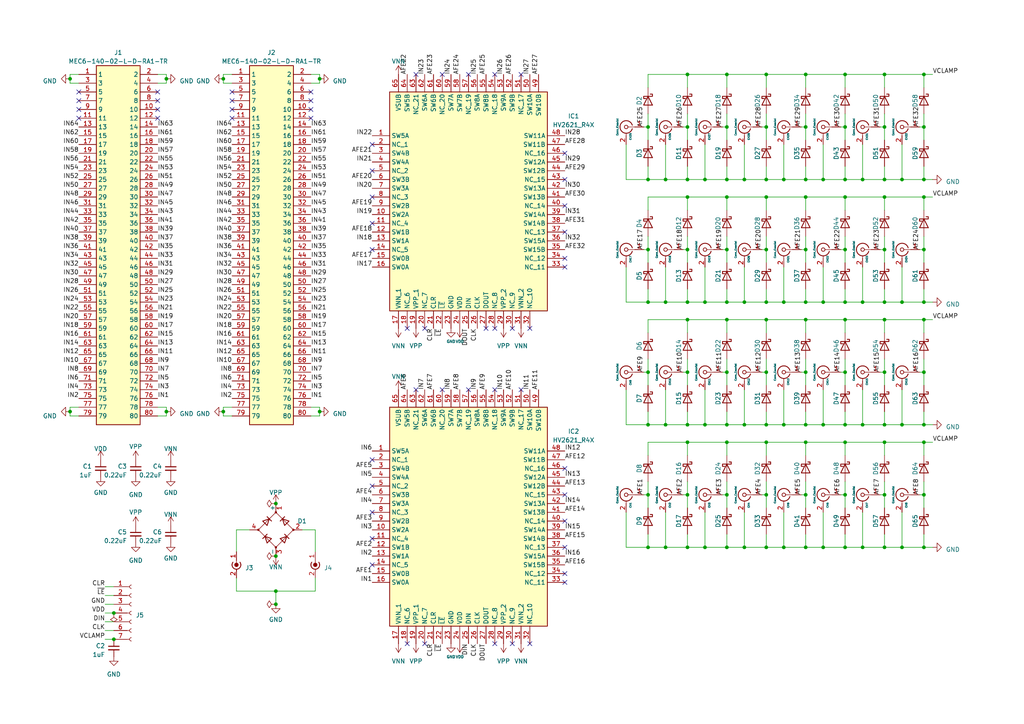
<source format=kicad_sch>
(kicad_sch (version 20230121) (generator eeschema)
  (paper "A4")
  (junction (at 187.96 52.07))
  (junction (at 222.25 21.59))
  (junction (at 222.25 57.15))
  (junction (at 187.96 143.51))
  (junction (at 80.01 171.45))
  (junction (at 233.68 123.19))
  (junction (at 245.11 57.15))
  (junction (at 199.39 57.15))
  (junction (at 33.02 185.42))
  (junction (at 199.39 128.27))
  (junction (at 245.11 21.59))
  (junction (at 267.97 52.07))
  (junction (at 204.47 52.07))
  (junction (at 245.11 87.63))
  (junction (at 245.11 72.39))
  (junction (at 80.01 175.26))
  (junction (at 233.68 128.27))
  (junction (at 33.02 177.8))
  (junction (at 267.97 143.51))
  (junction (at 233.68 92.71))
  (junction (at 233.68 52.07))
  (junction (at 204.47 158.75))
  (junction (at 48.26 119.38))
  (junction (at 199.39 158.75))
  (junction (at 215.9 123.19))
  (junction (at 222.25 143.51))
  (junction (at 267.97 72.39))
  (junction (at 64.77 119.38))
  (junction (at 199.39 36.83))
  (junction (at 245.11 36.83))
  (junction (at 250.19 52.07))
  (junction (at 210.82 92.71))
  (junction (at 238.76 87.63))
  (junction (at 261.62 87.63))
  (junction (at 256.54 158.75))
  (junction (at 222.25 36.83))
  (junction (at 222.25 52.07))
  (junction (at 267.97 158.75))
  (junction (at 210.82 21.59))
  (junction (at 227.33 87.63))
  (junction (at 267.97 87.63))
  (junction (at 256.54 72.39))
  (junction (at 227.33 158.75))
  (junction (at 193.04 123.19))
  (junction (at 238.76 158.75))
  (junction (at 210.82 52.07))
  (junction (at 256.54 92.71))
  (junction (at 80.01 146.05))
  (junction (at 233.68 143.51))
  (junction (at 199.39 72.39))
  (junction (at 210.82 158.75))
  (junction (at 210.82 123.19))
  (junction (at 256.54 123.19))
  (junction (at 222.25 72.39))
  (junction (at 92.71 22.86))
  (junction (at 256.54 87.63))
  (junction (at 267.97 57.15))
  (junction (at 256.54 128.27))
  (junction (at 233.68 21.59))
  (junction (at 245.11 52.07))
  (junction (at 267.97 36.83))
  (junction (at 245.11 158.75))
  (junction (at 222.25 158.75))
  (junction (at 250.19 158.75))
  (junction (at 250.19 123.19))
  (junction (at 187.96 36.83))
  (junction (at 199.39 87.63))
  (junction (at 227.33 52.07))
  (junction (at 187.96 158.75))
  (junction (at 199.39 52.07))
  (junction (at 215.9 87.63))
  (junction (at 199.39 92.71))
  (junction (at 222.25 128.27))
  (junction (at 187.96 87.63))
  (junction (at 193.04 87.63))
  (junction (at 222.25 92.71))
  (junction (at 199.39 123.19))
  (junction (at 20.32 22.86))
  (junction (at 233.68 57.15))
  (junction (at 20.32 119.38))
  (junction (at 48.26 22.86))
  (junction (at 204.47 87.63))
  (junction (at 215.9 52.07))
  (junction (at 261.62 123.19))
  (junction (at 245.11 143.51))
  (junction (at 222.25 107.95))
  (junction (at 233.68 72.39))
  (junction (at 210.82 87.63))
  (junction (at 267.97 107.95))
  (junction (at 267.97 92.71))
  (junction (at 204.47 123.19))
  (junction (at 187.96 107.95))
  (junction (at 233.68 158.75))
  (junction (at 267.97 128.27))
  (junction (at 261.62 52.07))
  (junction (at 210.82 128.27))
  (junction (at 256.54 143.51))
  (junction (at 238.76 52.07))
  (junction (at 80.01 161.29))
  (junction (at 199.39 21.59))
  (junction (at 222.25 87.63))
  (junction (at 245.11 123.19))
  (junction (at 256.54 107.95))
  (junction (at 187.96 72.39))
  (junction (at 245.11 128.27))
  (junction (at 193.04 158.75))
  (junction (at 92.71 119.38))
  (junction (at 233.68 107.95))
  (junction (at 193.04 52.07))
  (junction (at 256.54 52.07))
  (junction (at 210.82 107.95))
  (junction (at 199.39 143.51))
  (junction (at 256.54 36.83))
  (junction (at 210.82 143.51))
  (junction (at 227.33 123.19))
  (junction (at 210.82 57.15))
  (junction (at 245.11 107.95))
  (junction (at 256.54 57.15))
  (junction (at 210.82 36.83))
  (junction (at 267.97 123.19))
  (junction (at 187.96 123.19))
  (junction (at 215.9 158.75))
  (junction (at 238.76 123.19))
  (junction (at 250.19 87.63))
  (junction (at 233.68 36.83))
  (junction (at 267.97 21.59))
  (junction (at 245.11 92.71))
  (junction (at 222.25 123.19))
  (junction (at 210.82 72.39))
  (junction (at 233.68 87.63))
  (junction (at 256.54 21.59))
  (junction (at 64.77 22.86))
  (junction (at 199.39 107.95))
  (junction (at 261.62 158.75))
  (no_connect (at 148.59 95.25))
  (no_connect (at 128.27 21.59))
  (no_connect (at 120.65 21.59))
  (no_connect (at 45.72 34.29))
  (no_connect (at 22.86 31.75))
  (no_connect (at 163.83 67.31))
  (no_connect (at 67.31 34.29))
  (no_connect (at 143.51 113.03))
  (no_connect (at 22.86 26.67))
  (no_connect (at 90.17 29.21))
  (no_connect (at 90.17 26.67))
  (no_connect (at 135.89 21.59))
  (no_connect (at 107.95 64.77))
  (no_connect (at 163.83 143.51))
  (no_connect (at 107.95 72.39))
  (no_connect (at 45.72 26.67))
  (no_connect (at 143.51 186.69))
  (no_connect (at 90.17 31.75))
  (no_connect (at 67.31 31.75))
  (no_connect (at 107.95 163.83))
  (no_connect (at 107.95 41.91))
  (no_connect (at 120.65 113.03))
  (no_connect (at 22.86 29.21))
  (no_connect (at 118.11 186.69))
  (no_connect (at 163.83 166.37))
  (no_connect (at 45.72 31.75))
  (no_connect (at 128.27 113.03))
  (no_connect (at 148.59 186.69))
  (no_connect (at 67.31 26.67))
  (no_connect (at 163.83 151.13))
  (no_connect (at 151.13 113.03))
  (no_connect (at 163.83 74.93))
  (no_connect (at 135.89 113.03))
  (no_connect (at 107.95 57.15))
  (no_connect (at 163.83 44.45))
  (no_connect (at 22.86 34.29))
  (no_connect (at 143.51 21.59))
  (no_connect (at 163.83 168.91))
  (no_connect (at 107.95 49.53))
  (no_connect (at 163.83 135.89))
  (no_connect (at 163.83 158.75))
  (no_connect (at 123.19 95.25))
  (no_connect (at 67.31 29.21))
  (no_connect (at 163.83 77.47))
  (no_connect (at 163.83 52.07))
  (no_connect (at 45.72 29.21))
  (no_connect (at 151.13 21.59))
  (no_connect (at 90.17 34.29))
  (no_connect (at 107.95 140.97))
  (no_connect (at 163.83 59.69))
  (no_connect (at 153.67 95.25))
  (no_connect (at 107.95 156.21))
  (no_connect (at 118.11 95.25))
  (no_connect (at 107.95 148.59))
  (no_connect (at 123.19 186.69))
  (no_connect (at 153.67 186.69))
  (no_connect (at 143.51 95.25))
  (no_connect (at 107.95 133.35))
  (no_connect (at 140.97 95.25))
  (wire (pts (xy 233.68 111.76) (xy 233.68 107.95)))
  (wire (pts (xy 48.26 22.86) (xy 48.26 24.13)))
  (wire (pts (xy 210.82 36.83) (xy 210.82 40.64)))
  (wire (pts (xy 210.82 123.19) (xy 215.9 123.19)))
  (wire (pts (xy 227.33 52.07) (xy 233.68 52.07)))
  (wire (pts (xy 261.62 41.91) (xy 261.62 52.07)))
  (wire (pts (xy 256.54 154.94) (xy 256.54 158.75)))
  (wire (pts (xy 193.04 113.03) (xy 193.04 123.19)))
  (wire (pts (xy 199.39 92.71) (xy 199.39 96.52)))
  (wire (pts (xy 245.11 158.75) (xy 250.19 158.75)))
  (wire (pts (xy 204.47 158.75) (xy 210.82 158.75)))
  (wire (pts (xy 233.68 92.71) (xy 245.11 92.71)))
  (wire (pts (xy 187.96 132.08) (xy 187.96 128.27)))
  (wire (pts (xy 222.25 119.38) (xy 222.25 123.19)))
  (wire (pts (xy 245.11 92.71) (xy 245.11 96.52)))
  (wire (pts (xy 198.12 143.51) (xy 199.39 143.51)))
  (wire (pts (xy 181.61 41.91) (xy 181.61 52.07)))
  (wire (pts (xy 267.97 107.95) (xy 266.7 107.95)))
  (wire (pts (xy 222.25 36.83) (xy 220.98 36.83)))
  (wire (pts (xy 243.84 107.95) (xy 245.11 107.95)))
  (wire (pts (xy 233.68 52.07) (xy 238.76 52.07)))
  (wire (pts (xy 267.97 111.76) (xy 267.97 107.95)))
  (wire (pts (xy 199.39 72.39) (xy 198.12 72.39)))
  (wire (pts (xy 187.96 48.26) (xy 187.96 52.07)))
  (wire (pts (xy 222.25 21.59) (xy 233.68 21.59)))
  (wire (pts (xy 187.96 104.14) (xy 187.96 107.95)))
  (wire (pts (xy 222.25 33.02) (xy 222.25 36.83)))
  (wire (pts (xy 245.11 57.15) (xy 245.11 60.96)))
  (wire (pts (xy 215.9 87.63) (xy 222.25 87.63)))
  (wire (pts (xy 204.47 77.47) (xy 204.47 87.63)))
  (wire (pts (xy 187.96 72.39) (xy 186.69 72.39)))
  (wire (pts (xy 256.54 128.27) (xy 267.97 128.27)))
  (wire (pts (xy 210.82 92.71) (xy 222.25 92.71)))
  (wire (pts (xy 210.82 104.14) (xy 210.82 107.95)))
  (wire (pts (xy 250.19 77.47) (xy 250.19 87.63)))
  (wire (pts (xy 256.54 36.83) (xy 256.54 33.02)))
  (wire (pts (xy 267.97 92.71) (xy 267.97 96.52)))
  (wire (pts (xy 267.97 143.51) (xy 267.97 147.32)))
  (wire (pts (xy 245.11 48.26) (xy 245.11 52.07)))
  (wire (pts (xy 245.11 154.94) (xy 245.11 158.75)))
  (wire (pts (xy 267.97 72.39) (xy 267.97 76.2)))
  (wire (pts (xy 187.96 158.75) (xy 193.04 158.75)))
  (wire (pts (xy 204.47 87.63) (xy 210.82 87.63)))
  (wire (pts (xy 233.68 143.51) (xy 232.41 143.51)))
  (wire (pts (xy 210.82 21.59) (xy 222.25 21.59)))
  (wire (pts (xy 222.25 72.39) (xy 222.25 76.2)))
  (wire (pts (xy 245.11 21.59) (xy 245.11 25.4)))
  (wire (pts (xy 267.97 104.14) (xy 267.97 107.95)))
  (wire (pts (xy 250.19 87.63) (xy 256.54 87.63)))
  (wire (pts (xy 30.48 177.8) (xy 33.02 177.8)))
  (wire (pts (xy 48.26 118.11) (xy 48.26 119.38)))
  (wire (pts (xy 193.04 148.59) (xy 193.04 158.75)))
  (wire (pts (xy 64.77 118.11) (xy 67.31 118.11)))
  (wire (pts (xy 233.68 48.26) (xy 233.68 52.07)))
  (wire (pts (xy 245.11 72.39) (xy 243.84 72.39)))
  (wire (pts (xy 64.77 21.59) (xy 67.31 21.59)))
  (wire (pts (xy 20.32 119.38) (xy 20.32 120.65)))
  (wire (pts (xy 199.39 68.58) (xy 199.39 72.39)))
  (wire (pts (xy 245.11 143.51) (xy 243.84 143.51)))
  (wire (pts (xy 193.04 77.47) (xy 193.04 87.63)))
  (wire (pts (xy 233.68 21.59) (xy 245.11 21.59)))
  (wire (pts (xy 245.11 33.02) (xy 245.11 36.83)))
  (wire (pts (xy 181.61 52.07) (xy 187.96 52.07)))
  (wire (pts (xy 68.58 167.64) (xy 68.58 171.45)))
  (wire (pts (xy 245.11 68.58) (xy 245.11 72.39)))
  (wire (pts (xy 245.11 72.39) (xy 245.11 76.2)))
  (wire (pts (xy 222.25 158.75) (xy 227.33 158.75)))
  (wire (pts (xy 210.82 154.94) (xy 210.82 158.75)))
  (wire (pts (xy 20.32 21.59) (xy 22.86 21.59)))
  (wire (pts (xy 64.77 22.86) (xy 64.77 24.13)))
  (wire (pts (xy 215.9 158.75) (xy 222.25 158.75)))
  (wire (pts (xy 64.77 119.38) (xy 64.77 120.65)))
  (wire (pts (xy 233.68 83.82) (xy 233.68 87.63)))
  (wire (pts (xy 210.82 128.27) (xy 222.25 128.27)))
  (wire (pts (xy 210.82 57.15) (xy 222.25 57.15)))
  (wire (pts (xy 256.54 107.95) (xy 255.27 107.95)))
  (wire (pts (xy 187.96 52.07) (xy 193.04 52.07)))
  (wire (pts (xy 238.76 77.47) (xy 238.76 87.63)))
  (wire (pts (xy 256.54 76.2) (xy 256.54 72.39)))
  (wire (pts (xy 227.33 148.59) (xy 227.33 158.75)))
  (wire (pts (xy 256.54 68.58) (xy 256.54 72.39)))
  (wire (pts (xy 261.62 87.63) (xy 267.97 87.63)))
  (wire (pts (xy 233.68 21.59) (xy 233.68 25.4)))
  (wire (pts (xy 80.01 171.45) (xy 91.44 171.45)))
  (wire (pts (xy 210.82 128.27) (xy 210.82 132.08)))
  (wire (pts (xy 245.11 40.64) (xy 245.11 36.83)))
  (wire (pts (xy 30.48 175.26) (xy 33.02 175.26)))
  (wire (pts (xy 187.96 68.58) (xy 187.96 72.39)))
  (wire (pts (xy 233.68 128.27) (xy 233.68 132.08)))
  (wire (pts (xy 245.11 139.7) (xy 245.11 143.51)))
  (wire (pts (xy 245.11 104.14) (xy 245.11 107.95)))
  (wire (pts (xy 187.96 36.83) (xy 186.69 36.83)))
  (wire (pts (xy 227.33 113.03) (xy 227.33 123.19)))
  (wire (pts (xy 267.97 128.27) (xy 270.51 128.27)))
  (wire (pts (xy 20.32 118.11) (xy 20.32 119.38)))
  (wire (pts (xy 91.44 171.45) (xy 91.44 167.64)))
  (wire (pts (xy 30.48 172.72) (xy 33.02 172.72)))
  (wire (pts (xy 267.97 33.02) (xy 267.97 36.83)))
  (wire (pts (xy 199.39 123.19) (xy 204.47 123.19)))
  (wire (pts (xy 256.54 52.07) (xy 261.62 52.07)))
  (wire (pts (xy 199.39 111.76) (xy 199.39 107.95)))
  (wire (pts (xy 233.68 139.7) (xy 233.68 143.51)))
  (wire (pts (xy 222.25 107.95) (xy 220.98 107.95)))
  (wire (pts (xy 222.25 92.71) (xy 233.68 92.71)))
  (wire (pts (xy 199.39 52.07) (xy 204.47 52.07)))
  (wire (pts (xy 256.54 92.71) (xy 256.54 96.52)))
  (wire (pts (xy 209.55 143.51) (xy 210.82 143.51)))
  (wire (pts (xy 187.96 87.63) (xy 193.04 87.63)))
  (wire (pts (xy 199.39 83.82) (xy 199.39 87.63)))
  (wire (pts (xy 20.32 22.86) (xy 20.32 24.13)))
  (wire (pts (xy 267.97 92.71) (xy 270.51 92.71)))
  (wire (pts (xy 199.39 48.26) (xy 199.39 52.07)))
  (wire (pts (xy 256.54 104.14) (xy 256.54 107.95)))
  (wire (pts (xy 238.76 113.03) (xy 238.76 123.19)))
  (wire (pts (xy 181.61 148.59) (xy 181.61 158.75)))
  (wire (pts (xy 238.76 148.59) (xy 238.76 158.75)))
  (wire (pts (xy 267.97 128.27) (xy 267.97 132.08)))
  (wire (pts (xy 193.04 87.63) (xy 199.39 87.63)))
  (wire (pts (xy 250.19 148.59) (xy 250.19 158.75)))
  (wire (pts (xy 267.97 57.15) (xy 270.51 57.15)))
  (wire (pts (xy 187.96 119.38) (xy 187.96 123.19)))
  (wire (pts (xy 92.71 22.86) (xy 92.71 24.13)))
  (wire (pts (xy 199.39 21.59) (xy 210.82 21.59)))
  (wire (pts (xy 261.62 77.47) (xy 261.62 87.63)))
  (wire (pts (xy 267.97 123.19) (xy 270.51 123.19)))
  (wire (pts (xy 215.9 113.03) (xy 215.9 123.19)))
  (wire (pts (xy 187.96 111.76) (xy 187.96 107.95)))
  (wire (pts (xy 233.68 158.75) (xy 238.76 158.75)))
  (wire (pts (xy 181.61 77.47) (xy 181.61 87.63)))
  (wire (pts (xy 256.54 139.7) (xy 256.54 143.51)))
  (wire (pts (xy 30.48 180.34) (xy 33.02 180.34)))
  (wire (pts (xy 193.04 52.07) (xy 199.39 52.07)))
  (wire (pts (xy 245.11 147.32) (xy 245.11 143.51)))
  (wire (pts (xy 245.11 83.82) (xy 245.11 87.63)))
  (wire (pts (xy 90.17 21.59) (xy 92.71 21.59)))
  (wire (pts (xy 187.96 76.2) (xy 187.96 72.39)))
  (wire (pts (xy 222.25 128.27) (xy 222.25 132.08)))
  (wire (pts (xy 261.62 113.03) (xy 261.62 123.19)))
  (wire (pts (xy 91.44 160.02) (xy 91.44 153.67)))
  (wire (pts (xy 222.25 92.71) (xy 222.25 96.52)))
  (wire (pts (xy 204.47 52.07) (xy 210.82 52.07)))
  (wire (pts (xy 222.25 123.19) (xy 227.33 123.19)))
  (wire (pts (xy 267.97 119.38) (xy 267.97 123.19)))
  (wire (pts (xy 90.17 118.11) (xy 92.71 118.11)))
  (wire (pts (xy 238.76 52.07) (xy 245.11 52.07)))
  (wire (pts (xy 45.72 118.11) (xy 48.26 118.11)))
  (wire (pts (xy 233.68 154.94) (xy 233.68 158.75)))
  (wire (pts (xy 90.17 120.65) (xy 92.71 120.65)))
  (wire (pts (xy 261.62 52.07) (xy 267.97 52.07)))
  (wire (pts (xy 187.96 143.51) (xy 187.96 147.32)))
  (wire (pts (xy 245.11 57.15) (xy 256.54 57.15)))
  (wire (pts (xy 20.32 21.59) (xy 20.32 22.86)))
  (wire (pts (xy 238.76 158.75) (xy 245.11 158.75)))
  (wire (pts (xy 187.96 21.59) (xy 199.39 21.59)))
  (wire (pts (xy 210.82 72.39) (xy 209.55 72.39)))
  (wire (pts (xy 199.39 33.02) (xy 199.39 36.83)))
  (wire (pts (xy 187.96 123.19) (xy 193.04 123.19)))
  (wire (pts (xy 187.96 154.94) (xy 187.96 158.75)))
  (wire (pts (xy 267.97 87.63) (xy 270.51 87.63)))
  (wire (pts (xy 227.33 158.75) (xy 233.68 158.75)))
  (wire (pts (xy 210.82 107.95) (xy 210.82 111.76)))
  (wire (pts (xy 30.48 182.88) (xy 33.02 182.88)))
  (wire (pts (xy 245.11 107.95) (xy 245.11 111.76)))
  (wire (pts (xy 80.01 171.45) (xy 80.01 175.26)))
  (wire (pts (xy 256.54 143.51) (xy 255.27 143.51)))
  (wire (pts (xy 250.19 41.91) (xy 250.19 52.07)))
  (wire (pts (xy 233.68 107.95) (xy 232.41 107.95)))
  (wire (pts (xy 199.39 36.83) (xy 198.12 36.83)))
  (wire (pts (xy 245.11 92.71) (xy 256.54 92.71)))
  (wire (pts (xy 45.72 120.65) (xy 48.26 120.65)))
  (wire (pts (xy 199.39 119.38) (xy 199.39 123.19)))
  (wire (pts (xy 215.9 148.59) (xy 215.9 158.75)))
  (wire (pts (xy 187.96 143.51) (xy 187.96 139.7)))
  (wire (pts (xy 261.62 148.59) (xy 261.62 158.75)))
  (wire (pts (xy 204.47 113.03) (xy 204.47 123.19)))
  (wire (pts (xy 210.82 76.2) (xy 210.82 72.39)))
  (wire (pts (xy 233.68 57.15) (xy 233.68 60.96)))
  (wire (pts (xy 20.32 118.11) (xy 22.86 118.11)))
  (wire (pts (xy 199.39 92.71) (xy 210.82 92.71)))
  (wire (pts (xy 245.11 52.07) (xy 250.19 52.07)))
  (wire (pts (xy 210.82 143.51) (xy 210.82 147.32)))
  (wire (pts (xy 255.27 36.83) (xy 256.54 36.83)))
  (wire (pts (xy 199.39 143.51) (xy 199.39 147.32)))
  (wire (pts (xy 68.58 153.67) (xy 68.58 160.02)))
  (wire (pts (xy 233.68 123.19) (xy 238.76 123.19)))
  (wire (pts (xy 210.82 33.02) (xy 210.82 36.83)))
  (wire (pts (xy 245.11 21.59) (xy 256.54 21.59)))
  (wire (pts (xy 256.54 143.51) (xy 256.54 147.32)))
  (wire (pts (xy 233.68 36.83) (xy 232.41 36.83)))
  (wire (pts (xy 245.11 87.63) (xy 250.19 87.63)))
  (wire (pts (xy 199.39 139.7) (xy 199.39 143.51)))
  (wire (pts (xy 227.33 123.19) (xy 233.68 123.19)))
  (wire (pts (xy 204.47 123.19) (xy 210.82 123.19)))
  (wire (pts (xy 267.97 83.82) (xy 267.97 87.63)))
  (wire (pts (xy 187.96 83.82) (xy 187.96 87.63)))
  (wire (pts (xy 267.97 139.7) (xy 267.97 143.51)))
  (wire (pts (xy 267.97 57.15) (xy 267.97 60.96)))
  (wire (pts (xy 210.82 36.83) (xy 209.55 36.83)))
  (wire (pts (xy 181.61 113.03) (xy 181.61 123.19)))
  (wire (pts (xy 245.11 123.19) (xy 250.19 123.19)))
  (wire (pts (xy 210.82 52.07) (xy 215.9 52.07)))
  (wire (pts (xy 233.68 76.2) (xy 233.68 72.39)))
  (wire (pts (xy 199.39 107.95) (xy 198.12 107.95)))
  (wire (pts (xy 227.33 77.47) (xy 227.33 87.63)))
  (wire (pts (xy 233.68 92.71) (xy 233.68 96.52)))
  (wire (pts (xy 64.77 120.65) (xy 67.31 120.65)))
  (wire (pts (xy 193.04 41.91) (xy 193.04 52.07)))
  (wire (pts (xy 187.96 128.27) (xy 199.39 128.27)))
  (wire (pts (xy 267.97 68.58) (xy 267.97 72.39)))
  (wire (pts (xy 187.96 60.96) (xy 187.96 57.15)))
  (wire (pts (xy 267.97 143.51) (xy 266.7 143.51)))
  (wire (pts (xy 222.25 154.94) (xy 222.25 158.75)))
  (wire (pts (xy 64.77 24.13) (xy 67.31 24.13)))
  (wire (pts (xy 256.54 119.38) (xy 256.54 123.19)))
  (wire (pts (xy 222.25 57.15) (xy 222.25 60.96)))
  (wire (pts (xy 199.39 154.94) (xy 199.39 158.75)))
  (wire (pts (xy 68.58 171.45) (xy 80.01 171.45)))
  (wire (pts (xy 233.68 72.39) (xy 232.41 72.39)))
  (wire (pts (xy 181.61 87.63) (xy 187.96 87.63)))
  (wire (pts (xy 90.17 24.13) (xy 92.71 24.13)))
  (wire (pts (xy 199.39 72.39) (xy 199.39 76.2)))
  (wire (pts (xy 187.96 92.71) (xy 199.39 92.71)))
  (wire (pts (xy 256.54 36.83) (xy 256.54 40.64)))
  (wire (pts (xy 199.39 104.14) (xy 199.39 107.95)))
  (wire (pts (xy 187.96 92.71) (xy 187.96 96.52)))
  (wire (pts (xy 20.32 120.65) (xy 22.86 120.65)))
  (wire (pts (xy 256.54 21.59) (xy 256.54 25.4)))
  (wire (pts (xy 210.82 48.26) (xy 210.82 52.07)))
  (wire (pts (xy 187.96 33.02) (xy 187.96 36.83)))
  (wire (pts (xy 92.71 21.59) (xy 92.71 22.86)))
  (wire (pts (xy 250.19 158.75) (xy 256.54 158.75)))
  (wire (pts (xy 233.68 40.64) (xy 233.68 36.83)))
  (wire (pts (xy 245.11 128.27) (xy 245.11 132.08)))
  (wire (pts (xy 256.54 87.63) (xy 261.62 87.63)))
  (wire (pts (xy 256.54 123.19) (xy 261.62 123.19)))
  (wire (pts (xy 233.68 104.14) (xy 233.68 107.95)))
  (wire (pts (xy 48.26 120.65) (xy 48.26 119.38)))
  (wire (pts (xy 222.25 57.15) (xy 233.68 57.15)))
  (wire (pts (xy 210.82 83.82) (xy 210.82 87.63)))
  (wire (pts (xy 261.62 123.19) (xy 267.97 123.19)))
  (wire (pts (xy 20.32 24.13) (xy 22.86 24.13)))
  (wire (pts (xy 222.25 143.51) (xy 220.98 143.51)))
  (wire (pts (xy 48.26 21.59) (xy 48.26 22.86)))
  (wire (pts (xy 222.25 107.95) (xy 222.25 111.76)))
  (wire (pts (xy 45.72 21.59) (xy 48.26 21.59)))
  (wire (pts (xy 210.82 119.38) (xy 210.82 123.19)))
  (wire (pts (xy 261.62 158.75) (xy 267.97 158.75)))
  (wire (pts (xy 187.96 57.15) (xy 199.39 57.15)))
  (wire (pts (xy 210.82 68.58) (xy 210.82 72.39)))
  (wire (pts (xy 222.25 139.7) (xy 222.25 143.51)))
  (wire (pts (xy 256.54 57.15) (xy 256.54 60.96)))
  (wire (pts (xy 92.71 119.38) (xy 92.71 120.65)))
  (wire (pts (xy 215.9 52.07) (xy 222.25 52.07)))
  (wire (pts (xy 222.25 87.63) (xy 227.33 87.63)))
  (wire (pts (xy 256.54 21.59) (xy 267.97 21.59)))
  (wire (pts (xy 210.82 139.7) (xy 210.82 143.51)))
  (wire (pts (xy 199.39 128.27) (xy 199.39 132.08)))
  (wire (pts (xy 64.77 21.59) (xy 64.77 22.86)))
  (wire (pts (xy 210.82 87.63) (xy 215.9 87.63)))
  (wire (pts (xy 210.82 21.59) (xy 210.82 25.4)))
  (wire (pts (xy 204.47 148.59) (xy 204.47 158.75)))
  (wire (pts (xy 256.54 48.26) (xy 256.54 52.07)))
  (wire (pts (xy 256.54 83.82) (xy 256.54 87.63)))
  (wire (pts (xy 215.9 77.47) (xy 215.9 87.63)))
  (wire (pts (xy 204.47 41.91) (xy 204.47 52.07)))
  (wire (pts (xy 193.04 158.75) (xy 199.39 158.75)))
  (wire (pts (xy 91.44 153.67) (xy 87.63 153.67)))
  (wire (pts (xy 210.82 57.15) (xy 210.82 60.96)))
  (wire (pts (xy 199.39 158.75) (xy 204.47 158.75)))
  (wire (pts (xy 181.61 158.75) (xy 187.96 158.75)))
  (wire (pts (xy 222.25 128.27) (xy 233.68 128.27)))
  (wire (pts (xy 193.04 123.19) (xy 199.39 123.19)))
  (wire (pts (xy 256.54 57.15) (xy 267.97 57.15)))
  (wire (pts (xy 186.69 143.51) (xy 187.96 143.51)))
  (wire (pts (xy 199.39 57.15) (xy 199.39 60.96)))
  (wire (pts (xy 222.25 40.64) (xy 222.25 36.83)))
  (wire (pts (xy 267.97 72.39) (xy 266.7 72.39)))
  (wire (pts (xy 227.33 41.91) (xy 227.33 52.07)))
  (wire (pts (xy 256.54 158.75) (xy 261.62 158.75)))
  (wire (pts (xy 233.68 119.38) (xy 233.68 123.19)))
  (wire (pts (xy 267.97 21.59) (xy 270.51 21.59)))
  (wire (pts (xy 250.19 52.07) (xy 256.54 52.07)))
  (wire (pts (xy 250.19 123.19) (xy 256.54 123.19)))
  (wire (pts (xy 267.97 21.59) (xy 267.97 25.4)))
  (wire (pts (xy 238.76 123.19) (xy 245.11 123.19)))
  (wire (pts (xy 238.76 87.63) (xy 245.11 87.63)))
  (wire (pts (xy 222.25 72.39) (xy 220.98 72.39)))
  (wire (pts (xy 187.96 25.4) (xy 187.96 21.59)))
  (wire (pts (xy 227.33 87.63) (xy 233.68 87.63)))
  (wire (pts (xy 233.68 57.15) (xy 245.11 57.15)))
  (wire (pts (xy 92.71 118.11) (xy 92.71 119.38)))
  (wire (pts (xy 267.97 158.75) (xy 270.51 158.75)))
  (wire (pts (xy 245.11 128.27) (xy 256.54 128.27)))
  (wire (pts (xy 187.96 107.95) (xy 186.69 107.95)))
  (wire (pts (xy 256.54 128.27) (xy 256.54 132.08)))
  (wire (pts (xy 267.97 48.26) (xy 267.97 52.07)))
  (wire (pts (xy 256.54 107.95) (xy 256.54 111.76)))
  (wire (pts (xy 267.97 36.83) (xy 266.7 36.83)))
  (wire (pts (xy 45.72 24.13) (xy 48.26 24.13)))
  (wire (pts (xy 199.39 40.64) (xy 199.39 36.83)))
  (wire (pts (xy 72.39 153.67) (xy 68.58 153.67)))
  (wire (pts (xy 267.97 52.07) (xy 270.51 52.07)))
  (wire (pts (xy 267.97 154.94) (xy 267.97 158.75)))
  (wire (pts (xy 215.9 41.91) (xy 215.9 52.07)))
  (wire (pts (xy 30.48 185.42) (xy 33.02 185.42)))
  (wire (pts (xy 210.82 92.71) (xy 210.82 96.52)))
  (wire (pts (xy 199.39 21.59) (xy 199.39 25.4)))
  (wire (pts (xy 233.68 33.02) (xy 233.68 36.83)))
  (wire (pts (xy 30.48 170.18) (xy 33.02 170.18)))
  (wire (pts (xy 199.39 57.15) (xy 210.82 57.15)))
  (wire (pts (xy 222.25 52.07) (xy 227.33 52.07)))
  (wire (pts (xy 267.97 40.64) (xy 267.97 36.83)))
  (wire (pts (xy 187.96 40.64) (xy 187.96 36.83)))
  (wire (pts (xy 238.76 41.91) (xy 238.76 52.07)))
  (wire (pts (xy 245.11 119.38) (xy 245.11 123.19)))
  (wire (pts (xy 222.25 147.32) (xy 222.25 143.51)))
  (wire (pts (xy 233.68 147.32) (xy 233.68 143.51)))
  (wire (pts (xy 222.25 48.26) (xy 222.25 52.07)))
  (wire (pts (xy 245.11 36.83) (xy 243.84 36.83)))
  (wire (pts (xy 256.54 92.71) (xy 267.97 92.71)))
  (wire (pts (xy 215.9 123.19) (xy 222.25 123.19)))
  (wire (pts (xy 222.25 83.82) (xy 222.25 87.63)))
  (wire (pts (xy 181.61 123.19) (xy 187.96 123.19)))
  (wire (pts (xy 199.39 128.27) (xy 210.82 128.27)))
  (wire (pts (xy 250.19 113.03) (xy 250.19 123.19)))
  (wire (pts (xy 222.25 21.59) (xy 222.25 25.4)))
  (wire (pts (xy 233.68 87.63) (xy 238.76 87.63)))
  (wire (pts (xy 210.82 107.95) (xy 209.55 107.95)))
  (wire (pts (xy 210.82 158.75) (xy 215.9 158.75)))
  (wire (pts (xy 256.54 72.39) (xy 255.27 72.39)))
  (wire (pts (xy 199.39 87.63) (xy 204.47 87.63)))
  (wire (pts (xy 233.68 128.27) (xy 245.11 128.27)))
  (wire (pts (xy 64.77 118.11) (xy 64.77 119.38)))
  (wire (pts (xy 222.25 68.58) (xy 222.25 72.39)))
  (wire (pts (xy 222.25 104.14) (xy 222.25 107.95)))
  (wire (pts (xy 233.68 68.58) (xy 233.68 72.39)))
  (label "IN54" (at 67.31 49.53 180))
  (label "AFE24" (at 133.35 21.59 90))
  (label "IN39" (at 45.72 67.31 0))
  (label "AFE16" (at 266.7 107.95 90))
  (label "IN2" (at 107.95 161.29 180))
  (label "IN64" (at 22.86 36.83 180))
  (label "IN19" (at 45.72 92.71 0))
  (label "IN30" (at 163.83 54.61 0))
  (label "IN20" (at 22.86 92.71 180))
  (label "AFE15" (at 163.83 156.21 0))
  (label "IN5" (at 45.72 110.49 0))
  (label "IN60" (at 67.31 41.91 180))
  (label "CLK" (at 138.43 186.69 270))
  (label "IN5" (at 107.95 138.43 180))
  (label "IN21" (at 90.17 90.17 0))
  (label "IN51" (at 90.17 52.07 0))
  (label "IN41" (at 45.72 64.77 0))
  (label "IN9" (at 90.17 105.41 0))
  (label "IN27" (at 45.72 82.55 0))
  (label "AFE28" (at 163.83 41.91 0))
  (label "IN41" (at 90.17 64.77 0))
  (label "AFE24" (at 266.7 72.39 90))
  (label "IN48" (at 22.86 57.15 180))
  (label "IN32" (at 163.83 69.85 0))
  (label "IN36" (at 22.86 72.39 180))
  (label "IN35" (at 90.17 72.39 0))
  (label "IN32" (at 22.86 77.47 180))
  (label "AFE14" (at 243.84 107.95 90))
  (label "AFE25" (at 140.97 21.59 90))
  (label "AFE28" (at 220.98 36.83 90))
  (label "AFE7" (at 125.73 113.03 90))
  (label "IN4" (at 22.86 113.03 180))
  (label "IN29" (at 163.83 46.99 0))
  (label "IN2" (at 67.31 115.57 180))
  (label "IN28" (at 163.83 39.37 0))
  (label "AFE14" (at 163.83 148.59 0))
  (label "VCLAMP" (at 270.51 92.71 0))
  (label "IN31" (at 45.72 77.47 0))
  (label "IN46" (at 22.86 59.69 180))
  (label "IN53" (at 45.72 49.53 0))
  (label "IN18" (at 107.95 69.85 180))
  (label "IN37" (at 90.17 69.85 0))
  (label "IN20" (at 67.31 92.71 180))
  (label "IN1" (at 107.95 168.91 180))
  (label "CLR" (at 125.73 186.69 270))
  (label "IN16" (at 67.31 97.79 180))
  (label "AFE8" (at 266.7 143.51 90))
  (label "AFE11" (at 209.55 107.95 90))
  (label "IN57" (at 45.72 44.45 0))
  (label "AFE2" (at 198.12 143.51 90))
  (label "AFE26" (at 198.12 36.83 90))
  (label "IN40" (at 22.86 67.31 180))
  (label "AFE5" (at 232.41 143.51 90))
  (label "~{LE}" (at 128.27 95.25 270))
  (label "IN12" (at 67.31 102.87 180))
  (label "IN38" (at 67.31 69.85 180))
  (label "AFE25" (at 186.69 36.83 90))
  (label "VCLAMP" (at 270.51 57.15 0))
  (label "IN34" (at 67.31 74.93 180))
  (label "AFE11" (at 156.21 113.03 90))
  (label "AFE16" (at 163.83 163.83 0))
  (label "AFE18" (at 198.12 72.39 90))
  (label "IN50" (at 67.31 54.61 180))
  (label "IN3" (at 107.95 153.67 180))
  (label "IN7" (at 90.17 107.95 0))
  (label "IN12" (at 22.86 102.87 180))
  (label "IN63" (at 90.17 36.83 0))
  (label "IN28" (at 22.86 82.55 180))
  (label "IN14" (at 67.31 100.33 180))
  (label "AFE7" (at 255.27 143.51 90))
  (label "AFE9" (at 186.69 107.95 90))
  (label "IN45" (at 90.17 59.69 0))
  (label "IN48" (at 67.31 57.15 180))
  (label "AFE27" (at 156.21 21.59 90))
  (label "~{LE}" (at 30.48 172.72 180))
  (label "IN25" (at 138.43 21.59 90))
  (label "DIN" (at 135.89 186.69 270))
  (label "IN62" (at 22.86 39.37 180))
  (label "IN17" (at 90.17 95.25 0))
  (label "IN15" (at 163.83 153.67 0))
  (label "CLK" (at 138.43 95.25 270))
  (label "AFE4" (at 107.95 143.51 180))
  (label "AFE21" (at 107.95 44.45 180))
  (label "IN56" (at 67.31 46.99 180))
  (label "IN13" (at 163.83 138.43 0))
  (label "IN15" (at 45.72 97.79 0))
  (label "IN17" (at 107.95 77.47 180))
  (label "IN9" (at 45.72 105.41 0))
  (label "IN29" (at 45.72 80.01 0))
  (label "AFE1" (at 107.95 166.37 180))
  (label "IN24" (at 67.31 87.63 180))
  (label "IN32" (at 67.31 77.47 180))
  (label "IN28" (at 67.31 82.55 180))
  (label "AFE15" (at 255.27 107.95 90))
  (label "IN12" (at 163.83 130.81 0))
  (label "AFE12" (at 163.83 133.35 0))
  (label "AFE23" (at 125.73 21.59 90))
  (label "IN24" (at 130.81 21.59 90))
  (label "AFE13" (at 232.41 107.95 90))
  (label "AFE22" (at 243.84 72.39 90))
  (label "AFE6" (at 243.84 143.51 90))
  (label "IN14" (at 22.86 100.33 180))
  (label "AFE31" (at 163.83 64.77 0))
  (label "IN39" (at 90.17 67.31 0))
  (label "IN7" (at 123.19 113.03 90))
  (label "IN16" (at 22.86 97.79 180))
  (label "AFE30" (at 243.84 36.83 90))
  (label "AFE17" (at 186.69 72.39 90))
  (label "IN14" (at 163.83 146.05 0))
  (label "IN44" (at 22.86 62.23 180))
  (label "DOUT" (at 140.97 186.69 270))
  (label "AFE21" (at 232.41 72.39 90))
  (label "AFE27" (at 209.55 36.83 90))
  (label "IN30" (at 67.31 80.01 180))
  (label "IN46" (at 67.31 59.69 180))
  (label "IN25" (at 90.17 85.09 0))
  (label "IN16" (at 163.83 161.29 0))
  (label "IN42" (at 22.86 64.77 180))
  (label "IN21" (at 45.72 90.17 0))
  (label "AFE10" (at 198.12 107.95 90))
  (label "IN6" (at 22.86 110.49 180))
  (label "IN8" (at 67.31 107.95 180))
  (label "AFE12" (at 220.98 107.95 90))
  (label "IN38" (at 22.86 69.85 180))
  (label "IN17" (at 45.72 95.25 0))
  (label "IN36" (at 67.31 72.39 180))
  (label "AFE10" (at 148.59 113.03 90))
  (label "AFE19" (at 107.95 59.69 180))
  (label "IN22" (at 107.95 39.37 180))
  (label "IN18" (at 22.86 95.25 180))
  (label "IN64" (at 67.31 36.83 180))
  (label "IN61" (at 90.17 39.37 0))
  (label "IN15" (at 90.17 97.79 0))
  (label "IN3" (at 90.17 113.03 0))
  (label "IN58" (at 67.31 44.45 180))
  (label "IN55" (at 90.17 46.99 0))
  (label "AFE8" (at 133.35 113.03 90))
  (label "IN5" (at 90.17 110.49 0))
  (label "IN63" (at 45.72 36.83 0))
  (label "IN21" (at 107.95 46.99 180))
  (label "IN22" (at 67.31 90.17 180))
  (label "IN62" (at 67.31 39.37 180))
  (label "IN26" (at 67.31 85.09 180))
  (label "IN1" (at 45.72 115.57 0))
  (label "IN49" (at 90.17 54.61 0))
  (label "VCLAMP" (at 270.51 128.27 0))
  (label "AFE17" (at 107.95 74.93 180))
  (label "IN4" (at 67.31 113.03 180))
  (label "IN9" (at 138.43 113.03 90))
  (label "~{LE}" (at 128.27 186.69 270))
  (label "IN13" (at 90.17 100.33 0))
  (label "DOUT" (at 135.89 95.25 270))
  (label "IN40" (at 67.31 67.31 180))
  (label "IN11" (at 45.72 102.87 0))
  (label "VDD" (at 30.48 177.8 180))
  (label "IN18" (at 67.31 95.25 180))
  (label "IN19" (at 107.95 62.23 180))
  (label "IN23" (at 45.72 87.63 0))
  (label "IN44" (at 67.31 62.23 180))
  (label "IN23" (at 123.19 21.59 90))
  (label "IN6" (at 67.31 110.49 180))
  (label "IN56" (at 22.86 46.99 180))
  (label "IN49" (at 45.72 54.61 0))
  (label "IN47" (at 45.72 57.15 0))
  (label "IN31" (at 163.83 62.23 0))
  (label "IN57" (at 90.17 44.45 0))
  (label "CLK" (at 30.48 182.88 180))
  (label "IN53" (at 90.17 49.53 0))
  (label "AFE5" (at 107.95 135.89 180))
  (label "IN59" (at 90.17 41.91 0))
  (label "IN43" (at 90.17 62.23 0))
  (label "IN1" (at 90.17 115.57 0))
  (label "AFE3" (at 107.95 151.13 180))
  (label "AFE30" (at 163.83 57.15 0))
  (label "DIN" (at 30.48 180.34 180))
  (label "IN11" (at 90.17 102.87 0))
  (label "AFE4" (at 220.98 143.51 90))
  (label "IN25" (at 45.72 85.09 0))
  (label "VCLAMP" (at 30.48 185.42 180))
  (label "AFE22" (at 118.11 21.59 90))
  (label "IN30" (at 22.86 80.01 180))
  (label "IN24" (at 22.86 87.63 180))
  (label "IN3" (at 45.72 113.03 0))
  (label "IN29" (at 90.17 80.01 0))
  (label "AFE29" (at 163.83 49.53 0))
  (label "AFE6" (at 118.11 113.03 90))
  (label "IN10" (at 146.05 113.03 90))
  (label "AFE20" (at 220.98 72.39 90))
  (label "IN54" (at 22.86 49.53 180))
  (label "IN11" (at 153.67 113.03 90))
  (label "AFE9" (at 140.97 113.03 90))
  (label "IN20" (at 107.95 54.61 180))
  (label "IN8" (at 22.86 107.95 180))
  (label "IN59" (at 45.72 41.91 0))
  (label "AFE31" (at 255.27 36.83 90))
  (label "AFE26" (at 148.59 21.59 90))
  (label "IN22" (at 22.86 90.17 180))
  (label "IN35" (at 45.72 72.39 0))
  (label "IN26" (at 22.86 85.09 180))
  (label "IN7" (at 45.72 107.95 0))
  (label "AFE13" (at 163.83 140.97 0))
  (label "CLR" (at 30.48 170.18 180))
  (label "AFE2" (at 107.95 158.75 180))
  (label "AFE29" (at 232.41 36.83 90))
  (label "AFE1" (at 186.69 143.51 90))
  (label "IN52" (at 22.86 52.07 180))
  (label "IN42" (at 67.31 64.77 180))
  (label "IN6" (at 107.95 130.81 180))
  (label "IN8" (at 130.81 113.03 90))
  (label "CLR" (at 125.73 95.25 270))
  (label "IN2" (at 22.86 115.57 180))
  (label "AFE23" (at 255.27 72.39 90))
  (label "IN33" (at 45.72 74.93 0))
  (label "IN27" (at 90.17 82.55 0))
  (label "IN4" (at 107.95 146.05 180))
  (label "IN31" (at 90.17 77.47 0))
  (label "IN33" (at 90.17 74.93 0))
  (label "IN58" (at 22.86 44.45 180))
  (label "IN55" (at 45.72 46.99 0))
  (label "IN27" (at 153.67 21.59 90))
  (label "IN47" (at 90.17 57.15 0))
  (label "IN26" (at 146.05 21.59 90))
  (label "IN61" (at 45.72 39.37 0))
  (label "AFE3" (at 209.55 143.51 90))
  (label "IN10" (at 67.31 105.41 180))
  (label "AFE32" (at 163.83 72.39 0))
  (label "IN34" (at 22.86 74.93 180))
  (label "AFE32" (at 266.7 36.83 90))
  (label "GND" (at 30.48 175.26 180))
  (label "IN51" (at 45.72 52.07 0))
  (label "IN50" (at 22.86 54.61 180))
  (label "IN43" (at 45.72 62.23 0))
  (label "IN37" (at 45.72 69.85 0))
  (label "AFE18" (at 107.95 67.31 180))
  (label "IN10" (at 22.86 105.41 180))
  (label "IN52" (at 67.31 52.07 180))
  (label "IN60" (at 22.86 41.91 180))
  (label "IN23" (at 90.17 87.63 0))
  (label "IN45" (at 45.72 59.69 0))
  (label "IN13" (at 45.72 100.33 0))
  (label "VCLAMP" (at 270.51 21.59 0))
  (label "IN19" (at 90.17 92.71 0))
  (label "AFE19" (at 209.55 72.39 90))
  (label "AFE20" (at 107.95 52.07 180))
  (symbol (lib_id "Diode:SB120") (at 256.54 64.77 270) (unit 1)
    (property "Reference" "D52" (at 254 64.77 0))
    (property "Footprint" "Diode_SMD:D_0201_0603Metric" (effects hide))
    (property "Datasheet" "https://www.infineon.com/dgdl/Infineon-BAT15-02LS-DS-v02_00-EN.pdf?fileId=5546d46265f064ff01663895fe504e7d" (effects hide))
  )
  (symbol (lib_id "Connector:Conn_Coaxial") (at 261.62 107.95 0) (mirror y) (unit 1)
    (property "Reference" "CH16" (at 262.89 111.76 90) (effects (font (size 0.5 0.5)) (justify left)))
    (property "Value" "Conn_Coaxial" (at 259.08 110.49 90) (effects (font (size 0.5 0.5)) (justify left)))
    (property "Footprint" "SamacSys_Parts:1420701201" (effects hide))
    (property "Datasheet" " ~" (effects hide))
  )
  (symbol (lib_id "SamacSys_Parts:MEC6-140-02-L-D-RA1-TR") (at 67.31 21.59 0) (unit 1)
    (property "Reference" "J2" (at 78.74 15.24 0))
    (property "Value" "MEC6-140-02-L-D-RA1-TR" (at 78.74 17.78 0))
    (property "Footprint" "MEC6-140-02-X-D-RA1-TR" (effects hide))
    (property "Datasheet" "http://suddendocs.samtec.com/prints/mec6-1xx-02-x-d-rax-xx-mkt.pdf" (effects hide))
    (property "Manufacturer_Name" "SAMTEC" (effects hide))
    (property "Manufacturer_Part_Number" "MEC6-140-02-L-D-RA1-TR" (effects hide))
    (property "Mouser Part Number" "200-MEC614002LDRA1TR" (effects hide))
    (property "Mouser Price/Stock" "https://www.mouser.com/Search/Refine.aspx?Keyword=200-MEC614002LDRA1TR" (effects hide))
    (property "Arrow Part Number" "MEC6-140-02-L-D-RA1-TR" (effects hide))
    (property "Arrow Price/Stock" "https://www.arrow.com/en/products/mec6-140-02-l-d-ra1-tr/samtec" (effects hide))
  )
  (symbol (lib_id "Diode:SB120") (at 210.82 135.89 270) (unit 1)
    (property "Reference" "D24" (at 208.28 135.89 0))
    (property "Footprint" "Diode_SMD:D_0201_0603Metric" (effects hide))
    (property "Datasheet" "https://www.infineon.com/dgdl/Infineon-BAT15-02LS-DS-v02_00-EN.pdf?fileId=5546d46265f064ff01663895fe504e7d" (effects hide))
  )
  (symbol (lib_id "power:GND") (at 64.77 22.86 270) (mirror x) (unit 1)
    (property "Reference" "#PWR018" (effects hide))
    (property "Value" "GND" (at 60.96 23.495 90) (effects (justify right)))
  )
  (symbol (lib_id "power:GND") (at 20.32 22.86 270) (mirror x) (unit 1)
    (property "Reference" "#PWR01" (effects hide))
    (property "Value" "GND" (at 16.51 23.495 90) (effects (justify right)))
  )
  (symbol (lib_id "Connector:Conn_Coaxial") (at 250.19 72.39 0) (mirror y) (unit 1)
    (property "Reference" "CH23" (at 251.46 76.2 90) (effects (font (size 0.5 0.5)) (justify left)))
    (property "Value" "Conn_Coaxial" (at 247.65 74.93 90) (effects (font (size 0.5 0.5)) (justify left)))
    (property "Footprint" "SamacSys_Parts:1420701201" (effects hide))
    (property "Datasheet" " ~" (effects hide))
  )
  (symbol (lib_id "Diode:SB120") (at 187.96 80.01 270) (unit 1)
    (property "Reference" "D5" (at 185.42 80.01 0))
    (property "Footprint" "Diode_SMD:D_0201_0603Metric" (effects hide))
    (property "Datasheet" "https://www.infineon.com/dgdl/Infineon-BAT15-02LS-DS-v02_00-EN.pdf?fileId=5546d46265f064ff01663895fe504e7d" (effects hide))
  )
  (symbol (lib_id "power:VPP") (at 80.01 146.05 0) (unit 1)
    (property "Reference" "#PWR020" (effects hide))
    (property "Value" "VPP" (at 80.01 142.875 0))
  )
  (symbol (lib_id "Diode:SB120") (at 222.25 80.01 270) (unit 1)
    (property "Reference" "D29" (at 219.71 80.01 0))
    (property "Footprint" "Diode_SMD:D_0201_0603Metric" (effects hide))
    (property "Datasheet" "https://www.infineon.com/dgdl/Infineon-BAT15-02LS-DS-v02_00-EN.pdf?fileId=5546d46265f064ff01663895fe504e7d" (effects hide))
  )
  (symbol (lib_id "personal:VNN") (at 151.13 95.25 180) (unit 1)
    (property "Reference" "#PWR038" (effects hide))
    (property "Value" "VNN" (at 151.13 100.33 0))
  )
  (symbol (lib_id "Diode:SB120") (at 222.25 44.45 270) (unit 1)
    (property "Reference" "D27" (at 219.71 44.45 0))
    (property "Footprint" "Diode_SMD:D_0201_0603Metric" (effects hide))
    (property "Datasheet" "https://www.infineon.com/dgdl/Infineon-BAT15-02LS-DS-v02_00-EN.pdf?fileId=5546d46265f064ff01663895fe504e7d" (effects hide))
  )
  (symbol (lib_id "Diode:SB120") (at 245.11 29.21 270) (unit 1)
    (property "Reference" "D42" (at 242.57 29.21 0))
    (property "Footprint" "Diode_SMD:D_0201_0603Metric" (effects hide))
    (property "Datasheet" "https://www.infineon.com/dgdl/Infineon-BAT15-02LS-DS-v02_00-EN.pdf?fileId=5546d46265f064ff01663895fe504e7d" (effects hide))
  )
  (symbol (lib_id "Diode:SB120") (at 187.96 115.57 270) (unit 1)
    (property "Reference" "D7" (at 185.42 115.57 0))
    (property "Footprint" "Diode_SMD:D_0201_0603Metric" (effects hide))
    (property "Datasheet" "https://www.infineon.com/dgdl/Infineon-BAT15-02LS-DS-v02_00-EN.pdf?fileId=5546d46265f064ff01663895fe504e7d" (effects hide))
  )
  (symbol (lib_id "Diode:SB120") (at 210.82 44.45 270) (unit 1)
    (property "Reference" "D19" (at 208.28 44.45 0))
    (property "Footprint" "Diode_SMD:D_0201_0603Metric" (effects hide))
    (property "Datasheet" "https://www.infineon.com/dgdl/Infineon-BAT15-02LS-DS-v02_00-EN.pdf?fileId=5546d46265f064ff01663895fe504e7d" (effects hide))
  )
  (symbol (lib_id "Diode:SB120") (at 210.82 115.57 270) (unit 1)
    (property "Reference" "D23" (at 208.28 115.57 0))
    (property "Footprint" "Diode_SMD:D_0201_0603Metric" (effects hide))
    (property "Datasheet" "https://www.infineon.com/dgdl/Infineon-BAT15-02LS-DS-v02_00-EN.pdf?fileId=5546d46265f064ff01663895fe504e7d" (effects hide))
  )
  (symbol (lib_id "power:GND") (at 270.51 87.63 90) (unit 1)
    (property "Reference" "#PWR026" (effects hide))
    (property "Value" "GND" (at 274.32 88.265 90) (effects (justify right)))
  )
  (symbol (lib_id "Connector:Conn_Coaxial") (at 193.04 143.51 0) (mirror y) (unit 1)
    (property "Reference" "CH2" (at 194.31 147.32 90) (effects (font (size 0.5 0.5)) (justify left)))
    (property "Value" "Conn_Coaxial" (at 190.5 146.05 90) (effects (font (size 0.5 0.5)) (justify left)))
    (property "Footprint" "SamacSys_Parts:1420701201" (effects hide))
    (property "Datasheet" " ~" (effects hide))
  )
  (symbol (lib_id "Diode:SB120") (at 222.25 29.21 270) (unit 1)
    (property "Reference" "D26" (at 219.71 29.21 0))
    (property "Footprint" "Diode_SMD:D_0201_0603Metric" (effects hide))
    (property "Datasheet" "https://www.infineon.com/dgdl/Infineon-BAT15-02LS-DS-v02_00-EN.pdf?fileId=5546d46265f064ff01663895fe504e7d" (effects hide))
  )
  (symbol (lib_id "power:GND") (at 92.71 22.86 90) (unit 1)
    (property "Reference" "#PWR023" (effects hide))
    (property "Value" "GND" (at 96.52 23.495 90) (effects (justify right)))
  )
  (symbol (lib_id "Connector:Conn_Coaxial") (at 261.62 36.83 0) (mirror y) (unit 1)
    (property "Reference" "CH32" (at 262.89 40.64 90) (effects (font (size 0.5 0.5)) (justify left)))
    (property "Value" "Conn_Coaxial" (at 259.08 39.37 90) (effects (font (size 0.5 0.5)) (justify left)))
    (property "Footprint" "SamacSys_Parts:1420701201" (effects hide))
    (property "Datasheet" " ~" (effects hide))
  )
  (symbol (lib_id "Diode:SB120") (at 199.39 80.01 270) (unit 1)
    (property "Reference" "D13" (at 196.85 80.01 0))
    (property "Footprint" "Diode_SMD:D_0201_0603Metric" (effects hide))
    (property "Datasheet" "https://www.infineon.com/dgdl/Infineon-BAT15-02LS-DS-v02_00-EN.pdf?fileId=5546d46265f064ff01663895fe504e7d" (effects hide))
  )
  (symbol (lib_id "Connector:Conn_Coaxial") (at 181.61 36.83 0) (mirror y) (unit 1)
    (property "Reference" "CH25" (at 182.88 40.64 90) (effects (font (size 0.5 0.5)) (justify left)))
    (property "Value" "Conn_Coaxial" (at 179.07 39.37 90) (effects (font (size 0.5 0.5)) (justify left)))
    (property "Footprint" "SamacSys_Parts:1420701201" (effects hide))
    (property "Datasheet" " ~" (effects hide))
  )
  (symbol (lib_id "power:GND") (at 130.81 186.69 0) (unit 1)
    (property "Reference" "#PWR039" (effects hide))
    (property "Value" "GND" (at 130.81 190.5 0) (effects (font (size 0.8 0.8))))
  )
  (symbol (lib_id "SamacSys_Parts:MEC6-140-02-L-D-RA1-TR") (at 22.86 21.59 0) (unit 1)
    (property "Reference" "J1" (at 34.29 15.24 0))
    (property "Value" "MEC6-140-02-L-D-RA1-TR" (at 34.29 17.78 0))
    (property "Footprint" "MEC6-140-02-X-D-RA1-TR" (effects hide))
    (property "Datasheet" "http://suddendocs.samtec.com/prints/mec6-1xx-02-x-d-rax-xx-mkt.pdf" (effects hide))
    (property "Manufacturer_Name" "SAMTEC" (effects hide))
    (property "Manufacturer_Part_Number" "MEC6-140-02-L-D-RA1-TR" (effects hide))
    (property "Mouser Part Number" "200-MEC614002LDRA1TR" (effects hide))
    (property "Mouser Price/Stock" "https://www.mouser.com/Search/Refine.aspx?Keyword=200-MEC614002LDRA1TR" (effects hide))
    (property "Arrow Part Number" "MEC6-140-02-L-D-RA1-TR" (effects hide))
    (property "Arrow Price/Stock" "https://www.arrow.com/en/products/mec6-140-02-l-d-ra1-tr/samtec" (effects hide))
  )
  (symbol (lib_id "Connector:Conn_Coaxial") (at 204.47 36.83 0) (mirror y) (unit 1)
    (property "Reference" "CH27" (at 205.74 40.64 90) (effects (font (size 0.5 0.5)) (justify left)))
    (property "Value" "Conn_Coaxial" (at 201.93 39.37 90) (effects (font (size 0.5 0.5)) (justify left)))
    (property "Footprint" "SamacSys_Parts:1420701201" (effects hide))
    (property "Datasheet" " ~" (effects hide))
  )
  (symbol (lib_id "Connector:Conn_Coaxial") (at 227.33 72.39 0) (mirror y) (unit 1)
    (property "Reference" "CH21" (at 228.6 76.2 90) (effects (font (size 0.5 0.5)) (justify left)))
    (property "Value" "Conn_Coaxial" (at 224.79 74.93 90) (effects (font (size 0.5 0.5)) (justify left)))
    (property "Footprint" "SamacSys_Parts:1420701201" (effects hide))
    (property "Datasheet" " ~" (effects hide))
  )
  (symbol (lib_id "Diode:SB120") (at 222.25 151.13 270) (unit 1)
    (property "Reference" "D33" (at 219.71 151.13 0))
    (property "Footprint" "Diode_SMD:D_0201_0603Metric" (effects hide))
    (property "Datasheet" "https://www.infineon.com/dgdl/Infineon-BAT15-02LS-DS-v02_00-EN.pdf?fileId=5546d46265f064ff01663895fe504e7d" (effects hide))
  )
  (symbol (lib_id "Diode:SB120") (at 199.39 115.57 270) (unit 1)
    (property "Reference" "D15" (at 196.85 115.57 0))
    (property "Footprint" "Diode_SMD:D_0201_0603Metric" (effects hide))
    (property "Datasheet" "https://www.infineon.com/dgdl/Infineon-BAT15-02LS-DS-v02_00-EN.pdf?fileId=5546d46265f064ff01663895fe504e7d" (effects hide))
  )
  (symbol (lib_id "Diode:SB120") (at 222.25 100.33 270) (unit 1)
    (property "Reference" "D30" (at 219.71 100.33 0))
    (property "Footprint" "Diode_SMD:D_0201_0603Metric" (effects hide))
    (property "Datasheet" "https://www.infineon.com/dgdl/Infineon-BAT15-02LS-DS-v02_00-EN.pdf?fileId=5546d46265f064ff01663895fe504e7d" (effects hide))
  )
  (symbol (lib_id "Diode:SB120") (at 256.54 80.01 270) (unit 1)
    (property "Reference" "D53" (at 254 80.01 0))
    (property "Footprint" "Diode_SMD:D_0201_0603Metric" (effects hide))
    (property "Datasheet" "https://www.infineon.com/dgdl/Infineon-BAT15-02LS-DS-v02_00-EN.pdf?fileId=5546d46265f064ff01663895fe504e7d" (effects hide))
  )
  (symbol (lib_id "power:VPP") (at 39.37 133.35 0) (unit 1)
    (property "Reference" "#PWR08" (effects hide))
    (property "Value" "VPP" (at 39.37 129.54 0))
  )
  (symbol (lib_id "Diode:SB120") (at 233.68 64.77 270) (unit 1)
    (property "Reference" "D36" (at 231.14 64.77 0))
    (property "Footprint" "Diode_SMD:D_0201_0603Metric" (effects hide))
    (property "Datasheet" "https://www.infineon.com/dgdl/Infineon-BAT15-02LS-DS-v02_00-EN.pdf?fileId=5546d46265f064ff01663895fe504e7d" (effects hide))
  )
  (symbol (lib_id "Diode:SB120") (at 256.54 100.33 270) (unit 1)
    (property "Reference" "D54" (at 254 100.33 0))
    (property "Footprint" "Diode_SMD:D_0201_0603Metric" (effects hide))
    (property "Datasheet" "https://www.infineon.com/dgdl/Infineon-BAT15-02LS-DS-v02_00-EN.pdf?fileId=5546d46265f064ff01663895fe504e7d" (effects hide))
  )
  (symbol (lib_id "Diode:SB120") (at 187.96 135.89 270) (unit 1)
    (property "Reference" "D8" (at 185.42 135.89 0))
    (property "Footprint" "Diode_SMD:D_0201_0603Metric" (effects hide))
    (property "Datasheet" "https://www.infineon.com/dgdl/Infineon-BAT15-02LS-DS-v02_00-EN.pdf?fileId=5546d46265f064ff01663895fe504e7d" (effects hide))
  )
  (symbol (lib_id "Diode:SB120") (at 256.54 135.89 270) (unit 1)
    (property "Reference" "D56" (at 254 135.89 0))
    (property "Footprint" "Diode_SMD:D_0201_0603Metric" (effects hide))
    (property "Datasheet" "https://www.infineon.com/dgdl/Infineon-BAT15-02LS-DS-v02_00-EN.pdf?fileId=5546d46265f064ff01663895fe504e7d" (effects hide))
  )
  (symbol (lib_id "personal:VNN") (at 49.53 133.35 0) (unit 1)
    (property "Reference" "#PWR014" (effects hide))
    (property "Value" "VNN" (at 49.53 130.175 0))
  )
  (symbol (lib_id "Device:C_Small") (at 29.21 135.89 0) (mirror y) (unit 1)
    (property "Reference" "C1" (at 26.67 135.2613 0) (effects (justify left)))
    (property "Value" "1uF" (at 26.67 137.8013 0) (effects (justify left)))
    (property "Footprint" "Capacitor_SMD:C_1210_3225Metric" (effects hide))
  )
  (symbol (lib_id "power:VDD") (at 133.35 186.69 180) (unit 1)
    (property "Reference" "#PWR040" (effects hide))
    (property "Value" "VDD" (at 133.35 190.5 0) (effects (font (size 0.8 0.8))))
  )
  (symbol (lib_id "Connector:Conn_Coaxial") (at 181.61 107.95 0) (mirror y) (unit 1)
    (property "Reference" "CH9" (at 182.88 111.76 90) (effects (font (size 0.5 0.5)) (justify left)))
    (property "Value" "Conn_Coaxial" (at 179.07 110.49 90) (effects (font (size 0.5 0.5)) (justify left)))
    (property "Footprint" "SamacSys_Parts:1420701201" (effects hide))
    (property "Datasheet" " ~" (effects hide))
  )
  (symbol (lib_id "Diode:SB120") (at 210.82 151.13 270) (unit 1)
    (property "Reference" "D25" (at 208.28 151.13 0))
    (property "Footprint" "Diode_SMD:D_0201_0603Metric" (effects hide))
    (property "Datasheet" "https://www.infineon.com/dgdl/Infineon-BAT15-02LS-DS-v02_00-EN.pdf?fileId=5546d46265f064ff01663895fe504e7d" (effects hide))
  )
  (symbol (lib_id "power:VPP") (at 39.37 152.4 0) (unit 1)
    (property "Reference" "#PWR010" (effects hide))
    (property "Value" "VPP" (at 39.37 148.59 0))
  )
  (symbol (lib_id "Connector:Conn_Coaxial") (at 250.19 36.83 0) (mirror y) (unit 1)
    (property "Reference" "CH31" (at 251.46 40.64 90) (effects (font (size 0.5 0.5)) (justify left)))
    (property "Value" "Conn_Coaxial" (at 247.65 39.37 90) (effects (font (size 0.5 0.5)) (justify left)))
    (property "Footprint" "SamacSys_Parts:1420701201" (effects hide))
    (property "Datasheet" " ~" (effects hide))
  )
  (symbol (lib_id "Device:C_Small") (at 39.37 154.94 0) (mirror y) (unit 1)
    (property "Reference" "C5" (at 36.83 154.3113 0) (effects (justify left)))
    (property "Value" "0.22uF" (at 36.83 156.8513 0) (effects (justify left)))
    (property "Footprint" "Capacitor_SMD:C_1210_3225Metric" (effects hide))
  )
  (symbol (lib_id "Diode:SB120") (at 267.97 80.01 270) (unit 1)
    (property "Reference" "D61" (at 265.43 80.01 0))
    (property "Footprint" "Diode_SMD:D_0201_0603Metric" (effects hide))
    (property "Datasheet" "https://www.infineon.com/dgdl/Infineon-BAT15-02LS-DS-v02_00-EN.pdf?fileId=5546d46265f064ff01663895fe504e7d" (effects hide))
  )
  (symbol (lib_id "power:GND") (at 64.77 119.38 270) (mirror x) (unit 1)
    (property "Reference" "#PWR019" (effects hide))
    (property "Value" "GND" (at 60.96 120.015 90) (effects (justify right)))
  )
  (symbol (lib_id "power:GND") (at 80.01 175.26 0) (unit 1)
    (property "Reference" "#PWR022" (effects hide))
    (property "Value" "GND" (at 80.01 179.705 0))
  )
  (symbol (lib_id "Diode:SB120") (at 267.97 29.21 270) (unit 1)
    (property "Reference" "D58" (at 265.43 29.21 0))
    (property "Footprint" "Diode_SMD:D_0201_0603Metric" (effects hide))
    (property "Datasheet" "https://www.infineon.com/dgdl/Infineon-BAT15-02LS-DS-v02_00-EN.pdf?fileId=5546d46265f064ff01663895fe504e7d" (effects hide))
  )
  (symbol (lib_id "Diode:SB120") (at 256.54 44.45 270) (unit 1)
    (property "Reference" "D51" (at 254 44.45 0))
    (property "Footprint" "Diode_SMD:D_0201_0603Metric" (effects hide))
    (property "Datasheet" "https://www.infineon.com/dgdl/Infineon-BAT15-02LS-DS-v02_00-EN.pdf?fileId=5546d46265f064ff01663895fe504e7d" (effects hide))
  )
  (symbol (lib_id "Diode:SB120") (at 210.82 80.01 270) (unit 1)
    (property "Reference" "D21" (at 208.28 80.01 0))
    (property "Footprint" "Diode_SMD:D_0201_0603Metric" (effects hide))
    (property "Datasheet" "https://www.infineon.com/dgdl/Infineon-BAT15-02LS-DS-v02_00-EN.pdf?fileId=5546d46265f064ff01663895fe504e7d" (effects hide))
  )
  (symbol (lib_id "Diode:SB120") (at 267.97 100.33 270) (unit 1)
    (property "Reference" "D62" (at 265.43 100.33 0))
    (property "Footprint" "Diode_SMD:D_0201_0603Metric" (effects hide))
    (property "Datasheet" "https://www.infineon.com/dgdl/Infineon-BAT15-02LS-DS-v02_00-EN.pdf?fileId=5546d46265f064ff01663895fe504e7d" (effects hide))
  )
  (symbol (lib_id "power:GND") (at 49.53 157.48 0) (unit 1)
    (property "Reference" "#PWR017" (effects hide))
    (property "Value" "GND" (at 49.53 161.925 0))
  )
  (symbol (lib_id "Device:D_Bridge_+A-A") (at 80.01 153.67 90) (unit 1)
    (property "Reference" "D1" (at 87.63 151.13 90))
    (property "Value" "D_Bridge_+A-A" (effects hide))
    (property "Footprint" "SamacSys_Parts:HDS10M13" (effects hide))
  )
  (symbol (lib_id "Connector:Conn_Coaxial") (at 193.04 72.39 0) (mirror y) (unit 1)
    (property "Reference" "CH18" (at 194.31 76.2 90) (effects (font (size 0.5 0.5)) (justify left)))
    (property "Value" "Conn_Coaxial" (at 190.5 74.93 90) (effects (font (size 0.5 0.5)) (justify left)))
    (property "Footprint" "SamacSys_Parts:1420701201" (effects hide))
    (property "Datasheet" " ~" (effects hide))
  )
  (symbol (lib_id "Diode:SB120") (at 233.68 100.33 270) (unit 1)
    (property "Reference" "D38" (at 231.14 100.33 0))
    (property "Footprint" "Diode_SMD:D_0201_0603Metric" (effects hide))
    (property "Datasheet" "https://www.infineon.com/dgdl/Infineon-BAT15-02LS-DS-v02_00-EN.pdf?fileId=5546d46265f064ff01663895fe504e7d" (effects hide))
  )
  (symbol (lib_id "Diode:SB120") (at 187.96 44.45 270) (unit 1)
    (property "Reference" "D3" (at 185.42 44.45 0))
    (property "Footprint" "Diode_SMD:D_0201_0603Metric" (effects hide))
    (property "Datasheet" "https://www.infineon.com/dgdl/Infineon-BAT15-02LS-DS-v02_00-EN.pdf?fileId=5546d46265f064ff01663895fe504e7d" (effects hide))
  )
  (symbol (lib_id "Diode:SB120") (at 267.97 135.89 270) (unit 1)
    (property "Reference" "D64" (at 265.43 135.89 0))
    (property "Footprint" "Diode_SMD:D_0201_0603Metric" (effects hide))
    (property "Datasheet" "https://www.infineon.com/dgdl/Infineon-BAT15-02LS-DS-v02_00-EN.pdf?fileId=5546d46265f064ff01663895fe504e7d" (effects hide))
  )
  (symbol (lib_id "Connector:Conn_Coaxial") (at 204.47 143.51 0) (mirror y) (unit 1)
    (property "Reference" "CH3" (at 205.74 147.32 90) (effects (font (size 0.5 0.5)) (justify left)))
    (property "Value" "Conn_Coaxial" (at 201.93 146.05 90) (effects (font (size 0.5 0.5)) (justify left)))
    (property "Footprint" "SamacSys_Parts:1420701201" (effects hide))
    (property "Datasheet" " ~" (effects hide))
  )
  (symbol (lib_id "Diode:SB120") (at 233.68 80.01 270) (unit 1)
    (property "Reference" "D37" (at 231.14 80.01 0))
    (property "Footprint" "Diode_SMD:D_0201_0603Metric" (effects hide))
    (property "Datasheet" "https://www.infineon.com/dgdl/Infineon-BAT15-02LS-DS-v02_00-EN.pdf?fileId=5546d46265f064ff01663895fe504e7d" (effects hide))
  )
  (symbol (lib_id "Diode:SB120") (at 199.39 100.33 270) (unit 1)
    (property "Reference" "D14" (at 196.85 100.33 0))
    (property "Footprint" "Diode_SMD:D_0201_0603Metric" (effects hide))
    (property "Datasheet" "https://www.infineon.com/dgdl/Infineon-BAT15-02LS-DS-v02_00-EN.pdf?fileId=5546d46265f064ff01663895fe504e7d" (effects hide))
  )
  (symbol (lib_id "Connector:Conn_Coaxial") (at 215.9 36.83 0) (mirror y) (unit 1)
    (property "Reference" "CH28" (at 217.17 40.64 90) (effects (font (size 0.5 0.5)) (justify left)))
    (property "Value" "Conn_Coaxial" (at 213.36 39.37 90) (effects (font (size 0.5 0.5)) (justify left)))
    (property "Footprint" "SamacSys_Parts:1420701201" (effects hide))
    (property "Datasheet" " ~" (effects hide))
  )
  (symbol (lib_id "Diode:SB120") (at 233.68 151.13 270) (unit 1)
    (property "Reference" "D41" (at 231.14 151.13 0))
    (property "Footprint" "Diode_SMD:D_0201_0603Metric" (effects hide))
    (property "Datasheet" "https://www.infineon.com/dgdl/Infineon-BAT15-02LS-DS-v02_00-EN.pdf?fileId=5546d46265f064ff01663895fe504e7d" (effects hide))
  )
  (symbol (lib_id "Diode:SB120") (at 210.82 29.21 270) (unit 1)
    (property "Reference" "D18" (at 208.28 29.21 0))
    (property "Footprint" "Diode_SMD:D_0201_0603Metric" (effects hide))
    (property "Datasheet" "https://www.infineon.com/dgdl/Infineon-BAT15-02LS-DS-v02_00-EN.pdf?fileId=5546d46265f064ff01663895fe504e7d" (effects hide))
  )
  (symbol (lib_id "Connector:Conn_Coaxial") (at 193.04 107.95 0) (mirror y) (unit 1)
    (property "Reference" "CH10" (at 194.31 111.76 90) (effects (font (size 0.5 0.5)) (justify left)))
    (property "Value" "Conn_Coaxial" (at 190.5 110.49 90) (effects (font (size 0.5 0.5)) (justify left)))
    (property "Footprint" "SamacSys_Parts:1420701201" (effects hide))
    (property "Datasheet" " ~" (effects hide))
  )
  (symbol (lib_id "Diode:SB120") (at 199.39 44.45 270) (unit 1)
    (property "Reference" "D11" (at 196.85 44.45 0))
    (property "Footprint" "Diode_SMD:D_0201_0603Metric" (effects hide))
    (property "Datasheet" "https://www.infineon.com/dgdl/Infineon-BAT15-02LS-DS-v02_00-EN.pdf?fileId=5546d46265f064ff01663895fe504e7d" (effects hide))
  )
  (symbol (lib_id "power:GND") (at 270.51 52.07 90) (unit 1)
    (property "Reference" "#PWR025" (effects hide))
    (property "Value" "GND" (at 274.32 52.705 90) (effects (justify right)))
  )
  (symbol (lib_id "Diode:SB120") (at 222.25 64.77 270) (unit 1)
    (property "Reference" "D28" (at 219.71 64.77 0))
    (property "Footprint" "Diode_SMD:D_0201_0603Metric" (effects hide))
    (property "Datasheet" "https://www.infineon.com/dgdl/Infineon-BAT15-02LS-DS-v02_00-EN.pdf?fileId=5546d46265f064ff01663895fe504e7d" (effects hide))
  )
  (symbol (lib_id "Diode:SB120") (at 187.96 151.13 270) (unit 1)
    (property "Reference" "D9" (at 185.42 151.13 0))
    (property "Footprint" "Diode_SMD:D_0201_0603Metric" (effects hide))
    (property "Datasheet" "https://www.infineon.com/dgdl/Infineon-BAT15-02LS-DS-v02_00-EN.pdf?fileId=5546d46265f064ff01663895fe504e7d" (effects hide))
  )
  (symbol (lib_id "Diode:SB120") (at 187.96 100.33 270) (unit 1)
    (property "Reference" "D6" (at 185.42 100.33 0))
    (property "Footprint" "Diode_SMD:D_0201_0603Metric" (effects hide))
    (property "Datasheet" "https://www.infineon.com/dgdl/Infineon-BAT15-02LS-DS-v02_00-EN.pdf?fileId=5546d46265f064ff01663895fe504e7d" (effects hide))
  )
  (symbol (lib_id "Connector:Conn_Coaxial") (at 238.76 36.83 0) (mirror y) (unit 1)
    (property "Reference" "CH30" (at 240.03 40.64 90) (effects (font (size 0.5 0.5)) (justify left)))
    (property "Value" "Conn_Coaxial" (at 236.22 39.37 90) (effects (font (size 0.5 0.5)) (justify left)))
    (property "Footprint" "SamacSys_Parts:1420701201" (effects hide))
    (property "Datasheet" " ~" (effects hide))
  )
  (symbol (lib_id "Connector:Conn_Coaxial") (at 227.33 36.83 0) (mirror y) (unit 1)
    (property "Reference" "CH29" (at 228.6 40.64 90) (effects (font (size 0.5 0.5)) (justify left)))
    (property "Value" "Conn_Coaxial" (at 224.79 39.37 90) (effects (font (size 0.5 0.5)) (justify left)))
    (property "Footprint" "SamacSys_Parts:1420701201" (effects hide))
    (property "Datasheet" " ~" (effects hide))
  )
  (symbol (lib_id "Connector:Conn_Coaxial_Power") (at 91.44 162.56 0) (unit 1)
    (property "Reference" "J4" (at 93.98 164.719 0) (effects (justify left)))
    (property "Value" "Conn_Coaxial_Power" (effects hide))
    (property "Footprint" "SamacSys_Parts:142-0701-851" (effects hide))
  )
  (symbol (lib_id "Connector:Conn_Coaxial") (at 250.19 143.51 0) (mirror y) (unit 1)
    (property "Reference" "CH7" (at 251.46 147.32 90) (effects (font (size 0.5 0.5)) (justify left)))
    (property "Value" "Conn_Coaxial" (at 247.65 146.05 90) (effects (font (size 0.5 0.5)) (justify left)))
    (property "Footprint" "SamacSys_Parts:1420701201" (effects hide))
    (property "Datasheet" " ~" (effects hide))
  )
  (symbol (lib_id "Diode:SB120") (at 245.11 151.13 270) (unit 1)
    (property "Reference" "D49" (at 242.57 151.13 0))
    (property "Footprint" "Diode_SMD:D_0201_0603Metric" (effects hide))
    (property "Datasheet" "https://www.infineon.com/dgdl/Infineon-BAT15-02LS-DS-v02_00-EN.pdf?fileId=5546d46265f064ff01663895fe504e7d" (effects hide))
  )
  (symbol (lib_id "power:GND") (at 92.71 119.38 90) (unit 1)
    (property "Reference" "#PWR024" (effects hide))
    (property "Value" "GND" (at 96.52 120.015 90) (effects (justify right)))
  )
  (symbol (lib_id "power:PWR_FLAG") (at 80.01 175.26 90) (unit 1)
    (property "Reference" "#FLG04" (effects hide))
    (property "Value" "PWR_FLAG" (effects hide))
  )
  (symbol (lib_id "personal:VNN") (at 115.57 95.25 180) (unit 1)
    (property "Reference" "#PWR033" (effects hide))
    (property "Value" "VNN" (at 115.57 100.33 0))
  )
  (symbol (lib_id "power:VPP") (at 120.65 186.69 180) (unit 1)
    (property "Reference" "#PWR030" (effects hide))
    (property "Value" "VPP" (at 120.65 191.77 0))
  )
  (symbol (lib_id "Connector:Conn_Coaxial") (at 215.9 143.51 0) (mirror y) (unit 1)
    (property "Reference" "CH4" (at 217.17 147.32 90) (effects (font (size 0.5 0.5)) (justify left)))
    (property "Value" "Conn_Coaxial" (at 213.36 146.05 90) (effects (font (size 0.5 0.5)) (justify left)))
    (property "Footprint" "SamacSys_Parts:1420701201" (effects hide))
    (property "Datasheet" " ~" (effects hide))
  )
  (symbol (lib_id "Connector:Conn_Coaxial") (at 204.47 107.95 0) (mirror y) (unit 1)
    (property "Reference" "CH11" (at 205.74 111.76 90) (effects (font (size 0.5 0.5)) (justify left)))
    (property "Value" "Conn_Coaxial" (at 201.93 110.49 90) (effects (font (size 0.5 0.5)) (justify left)))
    (property "Footprint" "SamacSys_Parts:1420701201" (effects hide))
    (property "Datasheet" " ~" (effects hide))
  )
  (symbol (lib_id "power:GND") (at 29.21 138.43 0) (unit 1)
    (property "Reference" "#PWR04" (effects hide))
    (property "Value" "GND" (at 29.21 142.875 0))
  )
  (symbol (lib_id "Connector:Conn_Coaxial") (at 215.9 72.39 0) (mirror y) (unit 1)
    (property "Reference" "CH20" (at 217.17 76.2 90) (effects (font (size 0.5 0.5)) (justify left)))
    (property "Value" "Conn_Coaxial" (at 213.36 74.93 90) (effects (font (size 0.5 0.5)) (justify left)))
    (property "Footprint" "SamacSys_Parts:1420701201" (effects hide))
    (property "Datasheet" " ~" (effects hide))
  )
  (symbol (lib_id "Diode:SB120") (at 245.11 44.45 270) (unit 1)
    (property "Reference" "D43" (at 242.57 44.45 0))
    (property "Footprint" "Diode_SMD:D_0201_0603Metric" (effects hide))
    (property "Datasheet" "https://www.infineon.com/dgdl/Infineon-BAT15-02LS-DS-v02_00-EN.pdf?fileId=5546d46265f064ff01663895fe504e7d" (effects hide))
  )
  (symbol (lib_id "power:GND") (at 270.51 123.19 90) (unit 1)
    (property "Reference" "#PWR027" (effects hide))
    (property "Value" "GND" (at 274.32 123.825 90) (effects (justify right)))
  )
  (symbol (lib_id "Diode:SB120") (at 267.97 151.13 270) (unit 1)
    (property "Reference" "D65" (at 265.43 151.13 0))
    (property "Footprint" "Diode_SMD:D_0201_0603Metric" (effects hide))
    (property "Datasheet" "https://www.infineon.com/dgdl/Infineon-BAT15-02LS-DS-v02_00-EN.pdf?fileId=5546d46265f064ff01663895fe504e7d" (effects hide))
  )
  (symbol (lib_id "power:PWR_FLAG") (at 33.02 177.8 180) (unit 1)
    (property "Reference" "#FLG01" (effects hide))
    (property "Value" "PWR_FLAG" (effects hide))
  )
  (symbol (lib_id "Connector:Conn_Coaxial") (at 204.47 72.39 0) (mirror y) (unit 1)
    (property "Reference" "CH19" (at 205.74 76.2 90) (effects (font (size 0.5 0.5)) (justify left)))
    (property "Value" "Conn_Coaxial" (at 201.93 74.93 90) (effects (font (size 0.5 0.5)) (justify left)))
    (property "Footprint" "SamacSys_Parts:1420701201" (effects hide))
    (property "Datasheet" " ~" (effects hide))
  )
  (symbol (lib_id "Connector:Conn_Coaxial") (at 238.76 143.51 0) (mirror y) (unit 1)
    (property "Reference" "CH6" (at 240.03 147.32 90) (effects (font (size 0.5 0.5)) (justify left)))
    (property "Value" "Conn_Coaxial" (at 236.22 146.05 90) (effects (font (size 0.5 0.5)) (justify left)))
    (property "Footprint" "SamacSys_Parts:1420701201" (effects hide))
    (property "Datasheet" " ~" (effects hide))
  )
  (symbol (lib_id "Diode:SB120") (at 245.11 115.57 270) (unit 1)
    (property "Reference" "D47" (at 242.57 115.57 0))
    (property "Footprint" "Diode_SMD:D_0201_0603Metric" (effects hide))
    (property "Datasheet" "https://www.infineon.com/dgdl/Infineon-BAT15-02LS-DS-v02_00-EN.pdf?fileId=5546d46265f064ff01663895fe504e7d" (effects hide))
  )
  (symbol (lib_id "power:VPP") (at 146.05 186.69 180) (unit 1)
    (property "Reference" "#PWR031" (effects hide))
    (property "Value" "VPP" (at 146.05 191.77 0))
  )
  (symbol (lib_id "Diode:SB120") (at 245.11 100.33 270) (unit 1)
    (property "Reference" "D46" (at 242.57 100.33 0))
    (property "Footprint" "Diode_SMD:D_0201_0603Metric" (effects hide))
    (property "Datasheet" "https://www.infineon.com/dgdl/Infineon-BAT15-02LS-DS-v02_00-EN.pdf?fileId=5546d46265f064ff01663895fe504e7d" (effects hide))
  )
  (symbol (lib_id "Diode:SB120") (at 267.97 44.45 270) (unit 1)
    (property "Reference" "D59" (at 265.43 44.45 0))
    (property "Footprint" "Diode_SMD:D_0201_0603Metric" (effects hide))
    (property "Datasheet" "https://www.infineon.com/dgdl/Infineon-BAT15-02LS-DS-v02_00-EN.pdf?fileId=5546d46265f064ff01663895fe504e7d" (effects hide))
  )
  (symbol (lib_id "personal:VNN") (at 115.57 113.03 0) (unit 1)
    (property "Reference" "#PWR042" (effects hide))
    (property "Value" "VNN" (at 115.57 109.22 0))
  )
  (symbol (lib_id "power:PWR_FLAG") (at 80.01 161.29 90) (unit 1)
    (property "Reference" "#FLG03" (effects hide))
    (property "Value" "PWR_FLAG" (effects hide))
  )
  (symbol (lib_id "power:GND") (at 33.02 190.5 0) (unit 1)
    (property "Reference" "#PWR07" (effects hide))
    (property "Value" "GND" (at 33.02 195.58 0))
  )
  (symbol (lib_id "Diode:SB120") (at 245.11 64.77 270) (unit 1)
    (property "Reference" "D44" (at 242.57 64.77 0))
    (property "Footprint" "Diode_SMD:D_0201_0603Metric" (effects hide))
    (property "Datasheet" "https://www.infineon.com/dgdl/Infineon-BAT15-02LS-DS-v02_00-EN.pdf?fileId=5546d46265f064ff01663895fe504e7d" (effects hide))
  )
  (symbol (lib_id "Connector:Conn_01x07_Socket") (at 38.1 177.8 0) (unit 1)
    (property "Reference" "J5" (at 39.37 178.435 0) (effects (justify left)))
    (property "Value" "Conn_01x07_Socket" (effects hide))
    (property "Footprint" "Connector_PinHeader_2.54mm:PinHeader_1x07_P2.54mm_Vertical" (effects hide))
  )
  (symbol (lib_id "Device:C_Small") (at 33.02 187.96 0) (mirror y) (unit 1)
    (property "Reference" "C2" (at 30.48 187.3313 0) (effects (justify left)))
    (property "Value" "1uF" (at 30.48 189.8713 0) (effects (justify left)))
    (property "Footprint" "Capacitor_SMD:C_1210_3225Metric" (effects hide))
  )
  (symbol (lib_id "Diode:SB120") (at 210.82 64.77 270) (unit 1)
    (property "Reference" "D20" (at 208.28 64.77 0))
    (property "Footprint" "Diode_SMD:D_0201_0603Metric" (effects hide))
    (property "Datasheet" "https://www.infineon.com/dgdl/Infineon-BAT15-02LS-DS-v02_00-EN.pdf?fileId=5546d46265f064ff01663895fe504e7d" (effects hide))
  )
  (symbol (lib_id "Diode:SB120") (at 187.96 64.77 270) (unit 1)
    (property "Reference" "D4" (at 185.42 64.77 0))
    (property "Footprint" "Diode_SMD:D_0201_0603Metric" (effects hide))
    (property "Datasheet" "https://www.infineon.com/dgdl/Infineon-BAT15-02LS-DS-v02_00-EN.pdf?fileId=5546d46265f064ff01663895fe504e7d" (effects hide))
  )
  (symbol (lib_id "Device:C_Small") (at 49.53 154.94 0) (mirror y) (unit 1)
    (property "Reference" "C6" (at 46.99 154.3113 0) (effects (justify left)))
    (property "Value" "0.22uF" (at 46.99 156.8513 0) (effects (justify left)))
    (property "Footprint" "Capacitor_SMD:C_1210_3225Metric" (effects hide))
  )
  (symbol (lib_id "power:GND") (at 49.53 138.43 0) (unit 1)
    (property "Reference" "#PWR015" (effects hide))
    (property "Value" "GND" (at 49.53 142.875 0))
  )
  (symbol (lib_id "power:VPP") (at 146.05 95.25 180) (unit 1)
    (property "Reference" "#PWR037" (effects hide))
    (property "Value" "VPP" (at 146.05 100.33 0))
  )
  (symbol (lib_id "power:GND") (at 20.32 119.38 270) (mirror x) (unit 1)
    (property "Reference" "#PWR02" (effects hide))
    (property "Value" "GND" (at 16.51 120.65 90) (effects (justify right)))
  )
  (symbol (lib_id "Diode:SB120") (at 233.68 44.45 270) (unit 1)
    (property "Reference" "D35" (at 231.14 44.45 0))
    (property "Footprint" "Diode_SMD:D_0201_0603Metric" (effects hide))
    (property "Datasheet" "https://www.infineon.com/dgdl/Infineon-BAT15-02LS-DS-v02_00-EN.pdf?fileId=5546d46265f064ff01663895fe504e7d" (effects hide))
  )
  (symbol (lib_id "Device:C_Small") (at 39.37 135.89 0) (mirror y) (unit 1)
    (property "Reference" "C3" (at 36.83 135.2613 0) (effects (justify left)))
    (property "Value" "0.22uF" (at 36.83 137.8013 0) (effects (justify left)))
    (property "Footprint" "Capacitor_SMD:C_1210_3225Metric" (effects hide))
  )
  (symbol (lib_id "Connector:Conn_Coaxial") (at 215.9 107.95 0) (mirror y) (unit 1)
    (property "Reference" "CH12" (at 217.17 111.76 90) (effects (font (size 0.5 0.5)) (justify left)))
    (property "Value" "Conn_Coaxial" (at 213.36 110.49 90) (effects (font (size 0.5 0.5)) (justify left)))
    (property "Footprint" "SamacSys_Parts:1420701201" (effects hide))
    (property "Datasheet" " ~" (effects hide))
  )
  (symbol (lib_id "personal:VNN") (at 151.13 186.69 180) (unit 1)
    (property "Reference" "#PWR032" (effects hide))
    (property "Value" "VNN" (at 151.13 191.77 0))
  )
  (symbol (lib_id "power:PWR_FLAG") (at 80.01 146.05 90) (unit 1)
    (property "Reference" "#FLG02" (effects hide))
    (property "Value" "PWR_FLAG" (effects hide))
  )
  (symbol (lib_id "personal:VNN") (at 115.57 186.69 180) (unit 1)
    (property "Reference" "#PWR029" (effects hide))
    (property "Value" "VNN" (at 115.57 191.77 0))
  )
  (symbol (lib_id "Diode:SB120") (at 222.25 135.89 270) (unit 1)
    (property "Reference" "D32" (at 219.71 135.89 0))
    (property "Footprint" "Diode_SMD:D_0201_0603Metric" (effects hide))
    (property "Datasheet" "https://www.infineon.com/dgdl/Infineon-BAT15-02LS-DS-v02_00-EN.pdf?fileId=5546d46265f064ff01663895fe504e7d" (effects hide))
  )
  (symbol (lib_id "Diode:SB120") (at 233.68 135.89 270) (unit 1)
    (property "Reference" "D40" (at 231.14 135.89 0))
    (property "Footprint" "Diode_SMD:D_0201_0603Metric" (effects hide))
    (property "Datasheet" "https://www.infineon.com/dgdl/Infineon-BAT15-02LS-DS-v02_00-EN.pdf?fileId=5546d46265f064ff01663895fe504e7d" (effects hide))
  )
  (symbol (lib_id "Diode:SB120") (at 256.54 115.57 270) (unit 1)
    (property "Reference" "D55" (at 254 115.57 0))
    (property "Footprint" "Diode_SMD:D_0201_0603Metric" (effects hide))
    (property "Datasheet" "https://www.infineon.com/dgdl/Infineon-BAT15-02LS-DS-v02_00-EN.pdf?fileId=5546d46265f064ff01663895fe504e7d" (effects hide))
  )
  (symbol (lib_id "Diode:SB120") (at 245.11 80.01 270) (unit 1)
    (property "Reference" "D45" (at 242.57 80.01 0))
    (property "Footprint" "Diode_SMD:D_0201_0603Metric" (effects hide))
    (property "Datasheet" "https://www.infineon.com/dgdl/Infineon-BAT15-02LS-DS-v02_00-EN.pdf?fileId=5546d46265f064ff01663895fe504e7d" (effects hide))
  )
  (symbol (lib_id "Connector:Conn_Coaxial") (at 181.61 143.51 0) (mirror y) (unit 1)
    (property "Reference" "CH1" (at 182.88 147.32 90) (effects (font (size 0.5 0.5)) (justify left)))
    (property "Value" "Conn_Coaxial" (at 179.07 146.05 90) (effects (font (size 0.5 0.5)) (justify left)))
    (property "Footprint" "SamacSys_Parts:1420701201" (effects hide))
    (property "Datasheet" " ~" (effects hide))
  )
  (symbol (lib_id "Connector:Conn_Coaxial") (at 181.61 72.39 0) (mirror y) (unit 1)
    (property "Reference" "CH17" (at 182.88 76.2 90) (effects (font (size 0.5 0.5)) (justify left)))
    (property "Value" "Conn_Coaxial" (at 179.07 74.93 90) (effects (font (size 0.5 0.5)) (justify left)))
    (property "Footprint" "SamacSys_Parts:1420701201" (effects hide))
    (property "Datasheet" " ~" (effects hide))
  )
  (symbol (lib_id "Diode:SB120") (at 199.39 29.21 270) (unit 1)
    (property "Reference" "D10" (at 196.85 29.21 0))
    (property "Footprint" "Diode_SMD:D_0201_0603Metric" (effects hide))
    (property "Datasheet" "https://www.infineon.com/dgdl/Infineon-BAT15-02LS-DS-v02_00-EN.pdf?fileId=5546d46265f064ff01663895fe504e7d" (effects hide))
  )
  (symbol (lib_id "Connector:Conn_Coaxial_Power") (at 68.58 162.56 0) (unit 1)
    (property "Reference" "J3" (at 71.12 164.719 0) (effects (justify left)))
    (property "Value" "Conn_Coaxial_Power" (effects hide))
    (property "Footprint" "SamacSys_Parts:142-0701-851" (effects hide))
  )
  (symbol (lib_id "Diode:SB120") (at 233.68 115.57 270) (unit 1)
    (property "Reference" "D39" (at 231.14 115.57 0))
    (property "Footprint" "Diode_SMD:D_0201_0603Metric" (effects hide))
    (property "Datasheet" "https://www.infineon.com/dgdl/Infineon-BAT15-02LS-DS-v02_00-EN.pdf?fileId=5546d46265f064ff01663895fe504e7d" (effects hide))
  )
  (symbol (lib_id "Diode:SB120") (at 256.54 151.13 270) (unit 1)
    (property "Reference" "D57" (at 254 151.13 0))
    (property "Footprint" "Diode_SMD:D_0201_0603Metric" (effects hide))
    (property "Datasheet" "https://www.infineon.com/dgdl/Infineon-BAT15-02LS-DS-v02_00-EN.pdf?fileId=5546d46265f064ff01663895fe504e7d" (effects hide))
  )
  (symbol (lib_id "Diode:SB120") (at 199.39 135.89 270) (unit 1)
    (property "Reference" "D16" (at 196.85 135.89 0))
    (property "Footprint" "Diode_SMD:D_0201_0603Metric" (effects hide))
    (property "Datasheet" "https://www.infineon.com/dgdl/Infineon-BAT15-02LS-DS-v02_00-EN.pdf?fileId=5546d46265f064ff01663895fe504e7d" (effects hide))
  )
  (symbol (lib_id "Connector:Conn_Coaxial") (at 227.33 107.95 0) (mirror y) (unit 1)
    (property "Reference" "CH13" (at 228.6 111.76 90) (effects (font (size 0.5 0.5)) (justify left)))
    (property "Value" "Conn_Coaxial" (at 224.79 110.49 90) (effects (font (size 0.5 0.5)) (justify left)))
    (property "Footprint" "SamacSys_Parts:1420701201" (effects hide))
    (property "Datasheet" " ~" (effects hide))
  )
  (symbol (lib_id "Diode:SB120") (at 210.82 100.33 270) (unit 1)
    (property "Reference" "D22" (at 208.28 100.33 0))
    (property "Footprint" "Diode_SMD:D_0201_0603Metric" (effects hide))
    (property "Datasheet" "https://www.infineon.com/dgdl/Infineon-BAT15-02LS-DS-v02_00-EN.pdf?fileId=5546d46265f064ff01663895fe504e7d" (effects hide))
  )
  (symbol (lib_id "Connector:Conn_Coaxial") (at 227.33 143.51 0) (mirror y) (unit 1)
    (property "Reference" "CH5" (at 228.6 147.32 90) (effects (font (size 0.5 0.5)) (justify left)))
    (property "Value" "Conn_Coaxial" (at 224.79 146.05 90) (effects (font (size 0.5 0.5)) (justify left)))
    (property "Footprint" "SamacSys_Parts:1420701201" (effects hide))
    (property "Datasheet" " ~" (effects hide))
  )
  (symbol (lib_id "Diode:SB120") (at 245.11 135.89 270) (unit 1)
    (property "Reference" "D48" (at 242.57 135.89 0))
    (property "Footprint" "Diode_SMD:D_0201_0603Metric" (effects hide))
    (property "Datasheet" "https://www.infineon.com/dgdl/Infineon-BAT15-02LS-DS-v02_00-EN.pdf?fileId=5546d46265f064ff01663895fe504e7d" (effects hide))
  )
  (symbol (lib_id "personal:VNN") (at 115.57 21.59 0) (unit 1)
    (property "Reference" "#PWR041" (effects hide))
    (property "Value" "VNN" (at 115.57 17.78 0))
  )
  (symbol (lib_id "Connector:Conn_Coaxial") (at 250.19 107.95 0) (mirror y) (unit 1)
    (property "Reference" "CH15" (at 251.46 111.76 90) (effects (font (size 0.5 0.5)) (justify left)))
    (property "Value" "Conn_Coaxial" (at 247.65 110.49 90) (effects (font (size 0.5 0.5)) (justify left)))
    (property "Footprint" "SamacSys_Parts:1420701201" (effects hide))
    (property "Datasheet" " ~" (effects hide))
  )
  (symbol (lib_id "power:GND") (at 39.37 157.48 0) (unit 1)
    (property "Reference" "#PWR011" (effects hide))
    (property "Value" "GND" (at 39.37 162.56 0))
  )
  (symbol (lib_id "Connector:Conn_Coaxial") (at 261.62 143.51 0) (mirror y) (unit 1)
    (property "Reference" "CH8" (at 262.89 147.32 90) (effects (font (size 0.5 0.5)) (justify left)))
    (property "Value" "Conn_Coaxial" (at 259.08 146.05 90) (effects (font (size 0.5 0.5)) (justify left)))
    (property "Footprint" "SamacSys_Parts:1420701201" (effects hide))
    (property "Datasheet" " ~" (effects hide))
  )
  (symbol (lib_id "power:GND") (at 48.26 22.86 90) (unit 1)
    (property "Reference" "#PWR012" (effects hide))
    (property "Value" "GND" (at 52.07 23.495 90) (effects (justify right)))
  )
  (symbol (lib_id "Connector:Conn_Coaxial") (at 238.76 107.95 0) (mirror y) (unit 1)
    (property "Reference" "CH14" (at 240.03 111.76 90) (effects (font (size 0.5 0.5)) (justify left)))
    (property "Value" "Conn_Coaxial" (at 236.22 110.49 90) (effects (font (size 0.5 0.5)) (justify left)))
    (property "Footprint" "SamacSys_Parts:1420701201" (effects hide))
    (property "Datasheet" " ~" (effects hide))
  )
  (symbol (lib_id "Connector:Conn_Coaxial") (at 238.76 72.39 0) (mirror y) (unit 1)
    (property "Reference" "CH22" (at 240.03 76.2 90) (effects (font (size 0.5 0.5)) (justify left)))
    (property "Value" "Conn_Coaxial" (at 236.22 74.93 90) (effects (font (size 0.5 0.5)) (justify left)))
    (property "Footprint" "SamacSys_Parts:1420701201" (effects hide))
    (property "Datasheet" " ~" (effects hide))
  )
  (symbol (lib_id "Connector:Conn_Coaxial") (at 193.04 36.83 0) (mirror y) (unit 1)
    (property "Reference" "CH26" (at 194.31 40.64 90) (effects (font (size 0.5 0.5)) (justify left)))
    (property "Value" "Conn_Coaxial" (at 190.5 39.37 90) (effects (font (size 0.5 0.5)) (justify left)))
    (property "Footprint" "SamacSys_Parts:1420701201" (effects hide))
    (property "Datasheet" " ~" (effects hide))
  )
  (symbol (lib_id "personal:VNN") (at 80.01 161.29 0) (mirror x) (unit 1)
    (property "Reference" "#PWR021" (effects hide))
    (property "Value" "VNN" (at 80.01 164.465 0))
  )
  (symbol (lib_id "Diode:SB120") (at 199.39 64.77 270) (unit 1)
    (property "Reference" "D12" (at 196.85 64.77 0))
    (property "Footprint" "Diode_SMD:D_0201_0603Metric" (effects hide))
    (property "Datasheet" "https://www.infineon.com/dgdl/Infineon-BAT15-02LS-DS-v02_00-EN.pdf?fileId=5546d46265f064ff01663895fe504e7d" (effects hide))
  )
  (symbol (lib_id "Connector:Conn_Coaxial") (at 261.62 72.39 0) (mirror y) (unit 1)
    (property "Reference" "CH24" (at 262.89 76.2 90) (effects (font (size 0.5 0.5)) (justify left)))
    (property "Value" "Conn_Coaxial" (at 259.08 74.93 90) (effects (font (size 0.5 0.5)) (justify left)))
    (property "Footprint" "SamacSys_Parts:1420701201" (effects hide))
    (property "Datasheet" " ~" (effects hide))
  )
  (symbol (lib_id "Device:C_Small") (at 49.53 135.89 0) (mirror y) (unit 1)
    (property "Reference" "C4" (at 46.99 135.2613 0) (effects (justify left)))
    (property "Value" "0.22uF" (at 46.99 137.8013 0) (effects (justify left)))
    (property "Footprint" "Capacitor_SMD:C_1210_3225Metric" (effects hide))
  )
  (symbol (lib_id "Diode:SB120") (at 256.54 29.21 270) (unit 1)
    (property "Reference" "D50" (at 254 29.21 0))
    (property "Footprint" "Diode_SMD:D_0201_0603Metric" (effects hide))
    (property "Datasheet" "https://www.infineon.com/dgdl/Infineon-BAT15-02LS-DS-v02_00-EN.pdf?fileId=5546d46265f064ff01663895fe504e7d" (effects hide))
  )
  (symbol (lib_id "Diode:SB120") (at 267.97 64.77 270) (unit 1)
    (property "Reference" "D60" (at 265.43 64.77 0))
    (property "Footprint" "Diode_SMD:D_0201_0603Metric" (effects hide))
    (property "Datasheet" "https://www.infineon.com/dgdl/Infineon-BAT15-02LS-DS-v02_00-EN.pdf?fileId=5546d46265f064ff01663895fe504e7d" (effects hide))
  )
  (symbol (lib_id "SamacSys_Parts:HV2621_R4X") (at 107.95 39.37 0) (unit 1)
    (property "Reference" "IC1" (at 166.37 33.6803 0))
    (property "Value" "HV2621_R4X" (at 166.37 36.2203 0))
    (property "Footprint" "QFN50P900X900X100-65N-D" (effects hide))
    (property "Datasheet" "https://ww1.microchip.com/downloads/aemDocuments/documents/APID/ProductDocuments/DataSheets/HV2621-Family-Data-Sheet-DS20006082A.pdf" (effects hide))
    (property "Height" "1" (effects hide))
    (property "Manufacturer_Name" "Microchip" (effects hide))
    (property "Manufacturer_Part_Number" "HV2621/R4X" (effects hide))
  )
  (symbol (lib_id "power:GND") (at 48.26 119.38 90) (unit 1)
    (property "Reference" "#PWR013" (effects hide))
    (property "Value" "GND" (at 52.07 120.015 90) (effects (justify right)))
  )
  (symbol (lib_id "power:VDD") (at 29.21 133.35 0) (unit 1)
    (property "Reference" "#PWR03" (effects hide))
    (property "Value" "VDD" (at 29.21 130.175 0))
  )
  (symbol (lib_id "power:VDD") (at 133.35 95.25 180) (unit 1)
    (property "Reference" "#PWR036" (effects hide))
    (property "Value" "VDD" (at 133.35 99.06 0) (effects (font (size 0.8 0.8))))
  )
  (symbol (lib_id "power:GND") (at 39.37 138.43 0) (unit 1)
    (property "Reference" "#PWR09" (effects hide))
    (property "Value" "GND" (at 39.37 143.51 0))
  )
  (symbol (lib_id "power:GND") (at 130.81 95.25 0) (unit 1)
    (property "Reference" "#PWR035" (effects hide))
    (property "Value" "GND" (at 130.81 99.06 0) (effects (font (size 0.8 0.8))))
  )
  (symbol (lib_id "Diode:SB120") (at 222.25 115.57 270) (unit 1)
    (property "Reference" "D31" (at 219.71 115.57 0))
    (property "Footprint" "Diode_SMD:D_0201_0603Metric" (effects hide))
    (property "Datasheet" "https://www.infineon.com/dgdl/Infineon-BAT15-02LS-DS-v02_00-EN.pdf?fileId=5546d46265f064ff01663895fe504e7d" (effects hide))
  )
  (symbol (lib_id "Diode:SB120") (at 233.68 29.21 270) (unit 1)
    (property "Reference" "D34" (at 231.14 29.21 0))
    (property "Footprint" "Diode_SMD:D_0201_0603Metric" (effects hide))
    (property "Datasheet" "https://www.infineon.com/dgdl/Infineon-BAT15-02LS-DS-v02_00-EN.pdf?fileId=5546d46265f064ff01663895fe504e7d" (effects hide))
  )
  (symbol (lib_id "power:VPP") (at 120.65 95.25 180) (unit 1)
    (property "Reference" "#PWR034" (effects hide))
    (property "Value" "VPP" (at 120.65 100.33 0))
  )
  (symbol (lib_id "power:GND") (at 270.51 158.75 90) (unit 1)
    (property "Reference" "#PWR028" (effects hide))
    (property "Value" "GND" (at 274.32 159.385 90) (effects (justify right)))
  )
  (symbol (lib_id "SamacSys_Parts:HV2621_R4X") (at 107.95 130.81 0) (unit 1)
    (property "Reference" "IC2" (at 166.37 125.1203 0))
    (property "Value" "HV2621_R4X" (at 166.37 127.6603 0))
    (property "Footprint" "QFN50P900X900X100-65N-D" (effects hide))
    (property "Datasheet" "https://ww1.microchip.com/downloads/aemDocuments/documents/APID/ProductDocuments/DataSheets/HV2621-Family-Data-Sheet-DS20006082A.pdf" (effects hide))
    (property "Height" "1" (effects hide))
    (property "Manufacturer_Name" "Microchip" (effects hide))
    (property "Manufacturer_Part_Number" "HV2621/R4X" (effects hide))
  )
  (symbol (lib_id "personal:VNN") (at 49.53 152.4 0) (unit 1)
    (property "Reference" "#PWR016" (effects hide))
    (property "Value" "VNN" (at 49.53 149.225 0))
  )
  (symbol (lib_id "Diode:SB120") (at 267.97 115.57 270) (unit 1)
    (property "Reference" "D63" (at 265.43 115.57 0))
    (property "Footprint" "Diode_SMD:D_0201_0603Metric" (effects hide))
    (property "Datasheet" "https://www.infineon.com/dgdl/Infineon-BAT15-02LS-DS-v02_00-EN.pdf?fileId=5546d46265f064ff01663895fe504e7d" (effects hide))
  )
  (symbol (lib_id "Diode:SB120") (at 187.96 29.21 270) (unit 1)
    (property "Reference" "D2" (at 185.42 29.21 0))
    (property "Footprint" "Diode_SMD:D_0201_0603Metric" (effects hide))
    (property "Datasheet" "https://www.infineon.com/dgdl/Infineon-BAT15-02LS-DS-v02_00-EN.pdf?fileId=5546d46265f064ff01663895fe504e7d" (effects hide))
  )
  (symbol (lib_id "Diode:SB120") (at 199.39 151.13 270) (unit 1)
    (property "Reference" "D17" (at 196.85 151.13 0))
    (property "Footprint" "Diode_SMD:D_0201_0603Metric" (effects hide))
    (property "Datasheet" "https://www.infineon.com/dgdl/Infineon-BAT15-02LS-DS-v02_00-EN.pdf?fileId=5546d46265f064ff01663895fe504e7d" (effects hide))
  )
)
</source>
